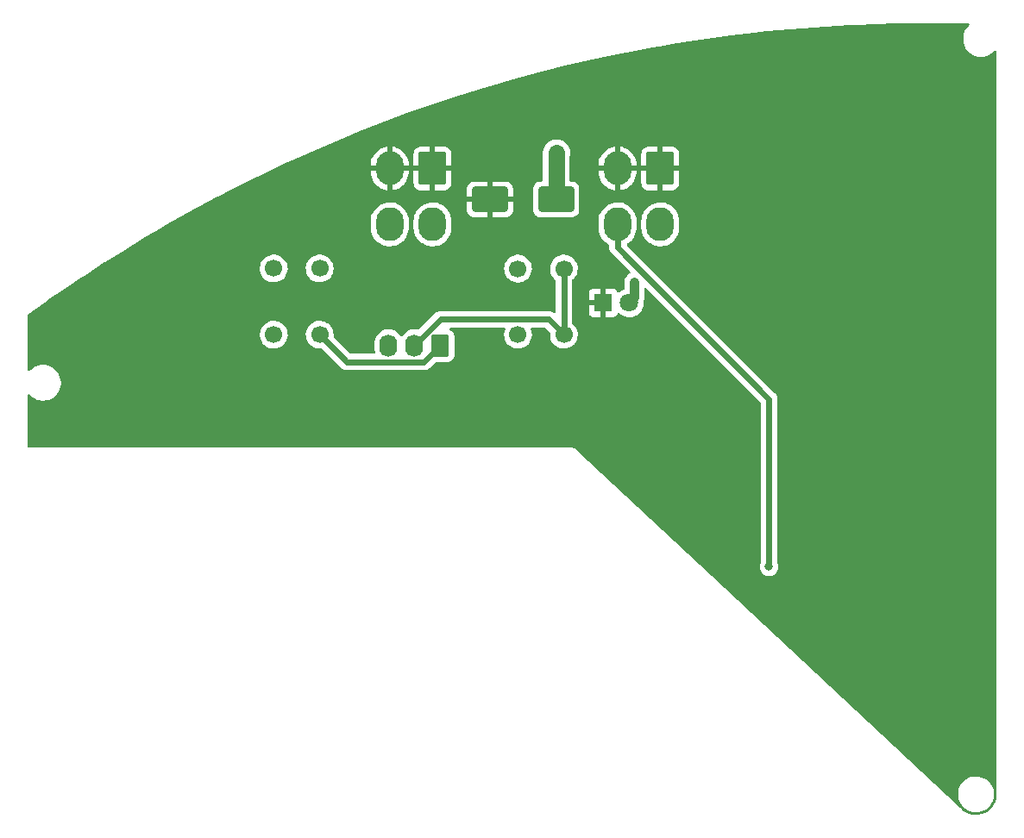
<source format=gbr>
%TF.GenerationSoftware,KiCad,Pcbnew,(6.0.9)*%
%TF.CreationDate,2023-01-27T19:17:15-09:00*%
%TF.ProjectId,EYEBROW WARNING INDICATOR_LEFT,45594542-524f-4572-9057-41524e494e47,rev?*%
%TF.SameCoordinates,Original*%
%TF.FileFunction,Copper,L2,Bot*%
%TF.FilePolarity,Positive*%
%FSLAX46Y46*%
G04 Gerber Fmt 4.6, Leading zero omitted, Abs format (unit mm)*
G04 Created by KiCad (PCBNEW (6.0.9)) date 2023-01-27 19:17:15*
%MOMM*%
%LPD*%
G01*
G04 APERTURE LIST*
G04 Aperture macros list*
%AMRoundRect*
0 Rectangle with rounded corners*
0 $1 Rounding radius*
0 $2 $3 $4 $5 $6 $7 $8 $9 X,Y pos of 4 corners*
0 Add a 4 corners polygon primitive as box body*
4,1,4,$2,$3,$4,$5,$6,$7,$8,$9,$2,$3,0*
0 Add four circle primitives for the rounded corners*
1,1,$1+$1,$2,$3*
1,1,$1+$1,$4,$5*
1,1,$1+$1,$6,$7*
1,1,$1+$1,$8,$9*
0 Add four rect primitives between the rounded corners*
20,1,$1+$1,$2,$3,$4,$5,0*
20,1,$1+$1,$4,$5,$6,$7,0*
20,1,$1+$1,$6,$7,$8,$9,0*
20,1,$1+$1,$8,$9,$2,$3,0*%
G04 Aperture macros list end*
%TA.AperFunction,ComponentPad*%
%ADD10RoundRect,0.250000X0.620000X0.845000X-0.620000X0.845000X-0.620000X-0.845000X0.620000X-0.845000X0*%
%TD*%
%TA.AperFunction,ComponentPad*%
%ADD11O,1.740000X2.190000*%
%TD*%
%TA.AperFunction,SMDPad,CuDef*%
%ADD12RoundRect,0.250000X-1.500000X-1.000000X1.500000X-1.000000X1.500000X1.000000X-1.500000X1.000000X0*%
%TD*%
%TA.AperFunction,ComponentPad*%
%ADD13C,1.700000*%
%TD*%
%TA.AperFunction,ComponentPad*%
%ADD14RoundRect,0.250001X1.099999X1.399999X-1.099999X1.399999X-1.099999X-1.399999X1.099999X-1.399999X0*%
%TD*%
%TA.AperFunction,ComponentPad*%
%ADD15O,2.700000X3.300000*%
%TD*%
%TA.AperFunction,ComponentPad*%
%ADD16C,1.800000*%
%TD*%
%TA.AperFunction,ComponentPad*%
%ADD17R,1.800000X1.800000*%
%TD*%
%TA.AperFunction,ViaPad*%
%ADD18C,0.800000*%
%TD*%
%TA.AperFunction,Conductor*%
%ADD19C,1.625600*%
%TD*%
%TA.AperFunction,Conductor*%
%ADD20C,0.914400*%
%TD*%
%TA.AperFunction,Conductor*%
%ADD21C,0.609600*%
%TD*%
G04 APERTURE END LIST*
D10*
%TO.P,J3,1*%
%TO.N,/FIRE_SW*%
X142620999Y-91049097D03*
D11*
%TO.P,J3,2*%
%TO.N,/MC_SW*%
X140080999Y-91049097D03*
%TO.P,J3,3*%
%TO.N,GND*%
X137540999Y-91049097D03*
%TD*%
D12*
%TO.P,C1,1*%
%TO.N,+5V*%
X147498999Y-76698097D03*
%TO.P,C1,2*%
%TO.N,GND*%
X153998999Y-76698097D03*
%TD*%
D13*
%TO.P,SW2,1*%
%TO.N,/MC_SW*%
X154749499Y-83492597D03*
%TO.P,SW2,2*%
X154749499Y-89992597D03*
%TO.P,SW2,3*%
%TO.N,GND*%
X150249499Y-83492597D03*
%TO.P,SW2,4*%
X150249499Y-89992597D03*
%TD*%
%TO.P,SW1,1*%
%TO.N,/FIRE_SW*%
X130784599Y-83479897D03*
%TO.P,SW1,2*%
X130784599Y-89979897D03*
%TO.P,SW1,3*%
%TO.N,GND*%
X126284599Y-83479897D03*
%TO.P,SW1,4*%
X126284599Y-89979897D03*
%TD*%
D14*
%TO.P,J2,1*%
%TO.N,+5V*%
X164210999Y-73650097D03*
D15*
%TO.P,J2,2*%
X160010999Y-73650097D03*
%TO.P,J2,3*%
%TO.N,GND*%
X164210999Y-79150097D03*
%TO.P,J2,4*%
%TO.N,/DOUT*%
X160010999Y-79150097D03*
%TD*%
D14*
%TO.P,J1,1*%
%TO.N,+5V*%
X141858999Y-73650097D03*
D15*
%TO.P,J1,2*%
X137658999Y-73650097D03*
%TO.P,J1,3*%
%TO.N,GND*%
X141858999Y-79150097D03*
%TO.P,J1,4*%
%TO.N,/DIN*%
X137658999Y-79150097D03*
%TD*%
D16*
%TO.P,D1,2*%
%TO.N,Net-(D1-Pad2)*%
X161162999Y-86858097D03*
D17*
%TO.P,D1,1*%
%TO.N,+5V*%
X158622999Y-86858097D03*
%TD*%
D18*
%TO.N,GND*%
X154050999Y-72126097D03*
X153998999Y-74210097D03*
X153998999Y-73194097D03*
%TO.N,+5V*%
X135635999Y-83810097D03*
X131571999Y-93335097D03*
X122173999Y-88001097D03*
X122300999Y-80381097D03*
X145795999Y-82159097D03*
X144716499Y-86794597D03*
X159511999Y-91493597D03*
X167258999Y-93208097D03*
X176148999Y-93208097D03*
X185038999Y-93208097D03*
X192658999Y-93208097D03*
X195198999Y-97018097D03*
X187578999Y-98288097D03*
X179958999Y-98288097D03*
X171068999Y-98288097D03*
X169163999Y-111623097D03*
X172973999Y-110353097D03*
X184403999Y-110988097D03*
X192658999Y-111623097D03*
X195198999Y-116068097D03*
X188213999Y-116068097D03*
X194690999Y-78984097D03*
X188340999Y-80000097D03*
X179450999Y-80254097D03*
X171068999Y-80254097D03*
X169544999Y-76952097D03*
X175640999Y-75682097D03*
X184276999Y-75428097D03*
X192912999Y-75428097D03*
%TO.N,Net-(D1-Pad2)*%
X161670999Y-84826097D03*
%TO.N,/DOUT*%
X174878999Y-112766085D03*
%TD*%
D19*
%TO.N,GND*%
X153998999Y-74210097D02*
X153998999Y-73194097D01*
X153998999Y-73194097D02*
X153998999Y-72178097D01*
X153998999Y-76698097D02*
X153998999Y-74210097D01*
X153998999Y-72178097D02*
X154050999Y-72126097D01*
D20*
%TO.N,Net-(D1-Pad2)*%
X161670999Y-86350097D02*
X161162999Y-86858097D01*
X161670999Y-84826097D02*
X161670999Y-86350097D01*
D21*
%TO.N,/DOUT*%
X160010999Y-79150097D02*
X160010999Y-81409697D01*
X160010999Y-81409697D02*
X174878999Y-96277697D01*
X174878999Y-96277697D02*
X174878999Y-112766085D01*
%TO.N,/MC_SW*%
X153248448Y-88483348D02*
X154753249Y-89988149D01*
X142646748Y-88483348D02*
X153248448Y-88483348D01*
X140080999Y-91049097D02*
X142646748Y-88483348D01*
X154749499Y-83492597D02*
X154749499Y-89992597D01*
%TO.N,/FIRE_SW*%
X141021189Y-92648907D02*
X133454007Y-92648907D01*
X133454007Y-92648907D02*
X130793249Y-89988149D01*
X142620999Y-91049097D02*
X141021189Y-92648907D01*
%TD*%
%TA.AperFunction,Conductor*%
%TO.N,+5V*%
G36*
X194504025Y-59424752D02*
G01*
X194550518Y-59478408D01*
X194560622Y-59548682D01*
X194531128Y-59613262D01*
X194521029Y-59623646D01*
X194519309Y-59625222D01*
X194515642Y-59628113D01*
X194336556Y-59818488D01*
X194187575Y-60033242D01*
X194071974Y-60267658D01*
X193992292Y-60516586D01*
X193950278Y-60774558D01*
X193946857Y-61035906D01*
X193982103Y-61294889D01*
X194055242Y-61545818D01*
X194164667Y-61783179D01*
X194190945Y-61823260D01*
X194305409Y-61997847D01*
X194305413Y-61997852D01*
X194307975Y-62001760D01*
X194482017Y-62196757D01*
X194682969Y-62363888D01*
X194686972Y-62366317D01*
X194902421Y-62497055D01*
X194902425Y-62497057D01*
X194906418Y-62499480D01*
X195147454Y-62600554D01*
X195400782Y-62664892D01*
X195405433Y-62665360D01*
X195405437Y-62665361D01*
X195598307Y-62684782D01*
X195617866Y-62686751D01*
X195773353Y-62686751D01*
X195775678Y-62686578D01*
X195775684Y-62686578D01*
X195962999Y-62672658D01*
X195963003Y-62672657D01*
X195967651Y-62672312D01*
X195972199Y-62671283D01*
X195972205Y-62671282D01*
X196158600Y-62629104D01*
X196222576Y-62614628D01*
X196258768Y-62600554D01*
X196461823Y-62521591D01*
X196461826Y-62521590D01*
X196466176Y-62519898D01*
X196693097Y-62390202D01*
X196898356Y-62228389D01*
X197012723Y-62106812D01*
X197073968Y-62070900D01*
X197144906Y-62073800D01*
X197203014Y-62114591D01*
X197229845Y-62180322D01*
X197230499Y-62193145D01*
X197230499Y-135068731D01*
X197228999Y-135088116D01*
X197225308Y-135111822D01*
X197226472Y-135120724D01*
X197226472Y-135120726D01*
X197227460Y-135128282D01*
X197228262Y-135152741D01*
X197214149Y-135371275D01*
X197212060Y-135387380D01*
X197164847Y-135628362D01*
X197160704Y-135644065D01*
X197082888Y-135876974D01*
X197076764Y-135892004D01*
X196969991Y-136112239D01*
X196969632Y-136112980D01*
X196961620Y-136127106D01*
X196826960Y-136332460D01*
X196817198Y-136345438D01*
X196657247Y-136531762D01*
X196645897Y-136543377D01*
X196463307Y-136707581D01*
X196450557Y-136717640D01*
X196248360Y-136856998D01*
X196234422Y-136865333D01*
X196015984Y-136977525D01*
X196001090Y-136983998D01*
X195770034Y-137067162D01*
X195754437Y-137071664D01*
X195698045Y-137084069D01*
X195514604Y-137124419D01*
X195498552Y-137126879D01*
X195409481Y-137134696D01*
X195253919Y-137148348D01*
X195237689Y-137148722D01*
X195115011Y-137143635D01*
X194992336Y-137138549D01*
X194976187Y-137136832D01*
X194813015Y-137108752D01*
X194734173Y-137095183D01*
X194718385Y-137091405D01*
X194601061Y-137055190D01*
X194483742Y-137018976D01*
X194468565Y-137013196D01*
X194356876Y-136962192D01*
X194245185Y-136911187D01*
X194230881Y-136903504D01*
X194022478Y-136773611D01*
X194009278Y-136764151D01*
X193845446Y-136629941D01*
X193828711Y-136612854D01*
X193826698Y-136610929D01*
X193821154Y-136603866D01*
X193813853Y-136598645D01*
X193813850Y-136598642D01*
X193795258Y-136585346D01*
X193782588Y-136574979D01*
X193621499Y-136424660D01*
X192336688Y-135225752D01*
X193438857Y-135225752D01*
X193474103Y-135484735D01*
X193475411Y-135489221D01*
X193475411Y-135489223D01*
X193495097Y-135556761D01*
X193547242Y-135735664D01*
X193656667Y-135973025D01*
X193659230Y-135976934D01*
X193797409Y-136187693D01*
X193797413Y-136187698D01*
X193799975Y-136191606D01*
X193974017Y-136386603D01*
X194174969Y-136553734D01*
X194178972Y-136556163D01*
X194394421Y-136686901D01*
X194394425Y-136686903D01*
X194398418Y-136689326D01*
X194639454Y-136790400D01*
X194892782Y-136854738D01*
X194897433Y-136855206D01*
X194897437Y-136855207D01*
X195090307Y-136874628D01*
X195109866Y-136876597D01*
X195265353Y-136876597D01*
X195267678Y-136876424D01*
X195267684Y-136876424D01*
X195454999Y-136862504D01*
X195455003Y-136862503D01*
X195459651Y-136862158D01*
X195464199Y-136861129D01*
X195464205Y-136861128D01*
X195650600Y-136818950D01*
X195714576Y-136804474D01*
X195750768Y-136790400D01*
X195953823Y-136711437D01*
X195953826Y-136711436D01*
X195958176Y-136709744D01*
X196185097Y-136580048D01*
X196390356Y-136418235D01*
X196569442Y-136227860D01*
X196718423Y-136013106D01*
X196834024Y-135778690D01*
X196913706Y-135529762D01*
X196955720Y-135271790D01*
X196957568Y-135130648D01*
X196959080Y-135015119D01*
X196959080Y-135015116D01*
X196959141Y-135010442D01*
X196923895Y-134751459D01*
X196909472Y-134701974D01*
X196852067Y-134505029D01*
X196850756Y-134500530D01*
X196741331Y-134263169D01*
X196708518Y-134213121D01*
X196600589Y-134048501D01*
X196600585Y-134048496D01*
X196598023Y-134044588D01*
X196423981Y-133849591D01*
X196223029Y-133682460D01*
X196175843Y-133653827D01*
X196003577Y-133549293D01*
X196003573Y-133549291D01*
X195999580Y-133546868D01*
X195758544Y-133445794D01*
X195505216Y-133381456D01*
X195500565Y-133380988D01*
X195500561Y-133380987D01*
X195291270Y-133359913D01*
X195288132Y-133359597D01*
X195132645Y-133359597D01*
X195130320Y-133359770D01*
X195130314Y-133359770D01*
X194942999Y-133373690D01*
X194942995Y-133373691D01*
X194938347Y-133374036D01*
X194933799Y-133375065D01*
X194933793Y-133375066D01*
X194747398Y-133417244D01*
X194683422Y-133431720D01*
X194679070Y-133433412D01*
X194679068Y-133433413D01*
X194444175Y-133524757D01*
X194444172Y-133524758D01*
X194439822Y-133526450D01*
X194212901Y-133656146D01*
X194007642Y-133817959D01*
X193828556Y-134008334D01*
X193679575Y-134223088D01*
X193563974Y-134457504D01*
X193484292Y-134706432D01*
X193442278Y-134964404D01*
X193438857Y-135225752D01*
X192336688Y-135225752D01*
X169239885Y-113673213D01*
X155955105Y-101276660D01*
X155950581Y-101271924D01*
X155947501Y-101267042D01*
X155898318Y-101223605D01*
X155895782Y-101221303D01*
X155879772Y-101206363D01*
X155879770Y-101206361D01*
X155876502Y-101203312D01*
X155872833Y-101200755D01*
X155870427Y-101198811D01*
X155866218Y-101195255D01*
X155845054Y-101176564D01*
X155838326Y-101170622D01*
X155821236Y-101162598D01*
X155802750Y-101151921D01*
X155794622Y-101146257D01*
X155794620Y-101146256D01*
X155787258Y-101141126D01*
X155752788Y-101129546D01*
X155739379Y-101124167D01*
X155723792Y-101116848D01*
X155714599Y-101112532D01*
X155714597Y-101112532D01*
X155706477Y-101108719D01*
X155697614Y-101107339D01*
X155697611Y-101107338D01*
X155687822Y-101105814D01*
X155667081Y-101100754D01*
X155657696Y-101097601D01*
X155657693Y-101097601D01*
X155649184Y-101094742D01*
X155612865Y-101093303D01*
X155605557Y-101092591D01*
X155605554Y-101092624D01*
X155600695Y-101092248D01*
X155595891Y-101091500D01*
X155569856Y-101091500D01*
X155564867Y-101091401D01*
X155512612Y-101089330D01*
X155512609Y-101089330D01*
X155503641Y-101088975D01*
X155495726Y-101090953D01*
X155485075Y-101091500D01*
X102234500Y-101091500D01*
X102166379Y-101071498D01*
X102119886Y-101017842D01*
X102108500Y-100965500D01*
X102108500Y-95964050D01*
X102128502Y-95895929D01*
X102182158Y-95849436D01*
X102252432Y-95839332D01*
X102317012Y-95868826D01*
X102328503Y-95880149D01*
X102362358Y-95918080D01*
X102407018Y-95968117D01*
X102607970Y-96135248D01*
X102636112Y-96152325D01*
X102827422Y-96268415D01*
X102827426Y-96268417D01*
X102831419Y-96270840D01*
X103072455Y-96371914D01*
X103325783Y-96436252D01*
X103330434Y-96436720D01*
X103330438Y-96436721D01*
X103523308Y-96456142D01*
X103542867Y-96458111D01*
X103698354Y-96458111D01*
X103700679Y-96457938D01*
X103700685Y-96457938D01*
X103888000Y-96444018D01*
X103888004Y-96444017D01*
X103892652Y-96443672D01*
X103897200Y-96442643D01*
X103897206Y-96442642D01*
X104083601Y-96400464D01*
X104147577Y-96385988D01*
X104183769Y-96371914D01*
X104386824Y-96292951D01*
X104386827Y-96292950D01*
X104391177Y-96291258D01*
X104398778Y-96286914D01*
X104547295Y-96202029D01*
X104618098Y-96161562D01*
X104823357Y-95999749D01*
X105002443Y-95809374D01*
X105151424Y-95594620D01*
X105267025Y-95360204D01*
X105346707Y-95111276D01*
X105388721Y-94853304D01*
X105392142Y-94591956D01*
X105356896Y-94332973D01*
X105283757Y-94082044D01*
X105174332Y-93844683D01*
X105141519Y-93794635D01*
X105033590Y-93630015D01*
X105033586Y-93630010D01*
X105031024Y-93626102D01*
X104856982Y-93431105D01*
X104656030Y-93263974D01*
X104487567Y-93161748D01*
X104436578Y-93130807D01*
X104436574Y-93130805D01*
X104432581Y-93128382D01*
X104191545Y-93027308D01*
X103938217Y-92962970D01*
X103933566Y-92962502D01*
X103933562Y-92962501D01*
X103724271Y-92941427D01*
X103721133Y-92941111D01*
X103565646Y-92941111D01*
X103563321Y-92941284D01*
X103563315Y-92941284D01*
X103376000Y-92955204D01*
X103375996Y-92955205D01*
X103371348Y-92955550D01*
X103366800Y-92956579D01*
X103366794Y-92956580D01*
X103180399Y-92998758D01*
X103116423Y-93013234D01*
X103112071Y-93014926D01*
X103112069Y-93014927D01*
X102877176Y-93106271D01*
X102877173Y-93106272D01*
X102872823Y-93107964D01*
X102645902Y-93237660D01*
X102440643Y-93399473D01*
X102434357Y-93406155D01*
X102326275Y-93521050D01*
X102265031Y-93556962D01*
X102194093Y-93554062D01*
X102135985Y-93513271D01*
X102109154Y-93447540D01*
X102108500Y-93434717D01*
X102108500Y-89946592D01*
X124921850Y-89946592D01*
X124922147Y-89951745D01*
X124922147Y-89951748D01*
X124927531Y-90045118D01*
X124934709Y-90169612D01*
X124935846Y-90174658D01*
X124935847Y-90174664D01*
X124945612Y-90217991D01*
X124983821Y-90387536D01*
X125067865Y-90594513D01*
X125118618Y-90677335D01*
X125129244Y-90694674D01*
X125184586Y-90784985D01*
X125330849Y-90953835D01*
X125502725Y-91096529D01*
X125695599Y-91209235D01*
X125904291Y-91288927D01*
X125909359Y-91289958D01*
X125909362Y-91289959D01*
X126016616Y-91311780D01*
X126123196Y-91333464D01*
X126128371Y-91333654D01*
X126128373Y-91333654D01*
X126341272Y-91341461D01*
X126341276Y-91341461D01*
X126346436Y-91341650D01*
X126351556Y-91340994D01*
X126351558Y-91340994D01*
X126562887Y-91313922D01*
X126562888Y-91313922D01*
X126568015Y-91313265D01*
X126572965Y-91311780D01*
X126777028Y-91250558D01*
X126777033Y-91250556D01*
X126781983Y-91249071D01*
X126982593Y-91150793D01*
X127164459Y-91021070D01*
X127322695Y-90863386D01*
X127382193Y-90780586D01*
X127450034Y-90686174D01*
X127453052Y-90681974D01*
X127487825Y-90611617D01*
X127549735Y-90486350D01*
X127549736Y-90486348D01*
X127552029Y-90481708D01*
X127611775Y-90285063D01*
X127615464Y-90272920D01*
X127615464Y-90272918D01*
X127616969Y-90267966D01*
X127646128Y-90046487D01*
X127646210Y-90043137D01*
X127647673Y-89983262D01*
X127647673Y-89983258D01*
X127647755Y-89979897D01*
X127645017Y-89946592D01*
X129421850Y-89946592D01*
X129422147Y-89951745D01*
X129422147Y-89951748D01*
X129427531Y-90045118D01*
X129434709Y-90169612D01*
X129435846Y-90174658D01*
X129435847Y-90174664D01*
X129445612Y-90217991D01*
X129483821Y-90387536D01*
X129567865Y-90594513D01*
X129618618Y-90677335D01*
X129629244Y-90694674D01*
X129684586Y-90784985D01*
X129830849Y-90953835D01*
X130002725Y-91096529D01*
X130195599Y-91209235D01*
X130404291Y-91288927D01*
X130409359Y-91289958D01*
X130409362Y-91289959D01*
X130516616Y-91311780D01*
X130623196Y-91333464D01*
X130628371Y-91333654D01*
X130628373Y-91333654D01*
X130841273Y-91341461D01*
X130841277Y-91341461D01*
X130846436Y-91341650D01*
X130851556Y-91340994D01*
X130851558Y-91340994D01*
X130918161Y-91332462D01*
X130988271Y-91343647D01*
X131023266Y-91368346D01*
X132872296Y-93217376D01*
X132873225Y-93218313D01*
X132920870Y-93266966D01*
X132936725Y-93283157D01*
X132942643Y-93286971D01*
X132942648Y-93286975D01*
X132973414Y-93306802D01*
X132983767Y-93314241D01*
X133017876Y-93341470D01*
X133024216Y-93344535D01*
X133024221Y-93344538D01*
X133048286Y-93356172D01*
X133061699Y-93363699D01*
X133084171Y-93378181D01*
X133084178Y-93378184D01*
X133090097Y-93381999D01*
X133131118Y-93396930D01*
X133142855Y-93401888D01*
X133151682Y-93406155D01*
X133175808Y-93417818D01*
X133175810Y-93417819D01*
X133182151Y-93420884D01*
X133215071Y-93428484D01*
X133229806Y-93432850D01*
X133254935Y-93441996D01*
X133254941Y-93441998D01*
X133261556Y-93444405D01*
X133282210Y-93447014D01*
X133304866Y-93449876D01*
X133317407Y-93452110D01*
X133359937Y-93461929D01*
X133366983Y-93461954D01*
X133366986Y-93461954D01*
X133400748Y-93462072D01*
X133401641Y-93462102D01*
X133402477Y-93462207D01*
X133439413Y-93462207D01*
X133439853Y-93462208D01*
X133538853Y-93462554D01*
X133538860Y-93462554D01*
X133542399Y-93462566D01*
X133543605Y-93462296D01*
X133545254Y-93462207D01*
X141011972Y-93462207D01*
X141013293Y-93462214D01*
X141103898Y-93463163D01*
X141146559Y-93453939D01*
X141159138Y-93451879D01*
X141195518Y-93447799D01*
X141195521Y-93447798D01*
X141202514Y-93447014D01*
X141234415Y-93435905D01*
X141249225Y-93431743D01*
X141252176Y-93431105D01*
X141282240Y-93424605D01*
X141290220Y-93420884D01*
X141321808Y-93406155D01*
X141333618Y-93401359D01*
X141339034Y-93399473D01*
X141374828Y-93387008D01*
X141403472Y-93369109D01*
X141416981Y-93361774D01*
X141447608Y-93347492D01*
X141482099Y-93320738D01*
X141492555Y-93313444D01*
X141523589Y-93294052D01*
X141529565Y-93290318D01*
X141558539Y-93261545D01*
X141559171Y-93260954D01*
X141559842Y-93260434D01*
X141586100Y-93234176D01*
X141659035Y-93161748D01*
X141659695Y-93160707D01*
X141660804Y-93159472D01*
X142130774Y-92689502D01*
X142193086Y-92655476D01*
X142219869Y-92652597D01*
X143291399Y-92652597D01*
X143294645Y-92652260D01*
X143294649Y-92652260D01*
X143390307Y-92642335D01*
X143390311Y-92642334D01*
X143397165Y-92641623D01*
X143403701Y-92639442D01*
X143403703Y-92639442D01*
X143557997Y-92587965D01*
X143564945Y-92585647D01*
X143715347Y-92492575D01*
X143840304Y-92367400D01*
X143933114Y-92216835D01*
X143988796Y-92048958D01*
X143999499Y-91944497D01*
X143999499Y-90153697D01*
X143995463Y-90114796D01*
X143989237Y-90054789D01*
X143989236Y-90054785D01*
X143988525Y-90047931D01*
X143984664Y-90036356D01*
X143934867Y-89887099D01*
X143932549Y-89880151D01*
X143839477Y-89729749D01*
X143714302Y-89604792D01*
X143592818Y-89529908D01*
X143545325Y-89477136D01*
X143533901Y-89407064D01*
X143562175Y-89341940D01*
X143621169Y-89302441D01*
X143658934Y-89296648D01*
X148877346Y-89296648D01*
X148945467Y-89316650D01*
X148991960Y-89370306D01*
X149002064Y-89440580D01*
X148991634Y-89475698D01*
X148974792Y-89511982D01*
X148970187Y-89521902D01*
X148910488Y-89737167D01*
X148886750Y-89959292D01*
X148887047Y-89964445D01*
X148887047Y-89964448D01*
X148892510Y-90059187D01*
X148899609Y-90182312D01*
X148900746Y-90187358D01*
X148900747Y-90187364D01*
X148917756Y-90262836D01*
X148948721Y-90400236D01*
X149032765Y-90607213D01*
X149035464Y-90611617D01*
X149144095Y-90788887D01*
X149149486Y-90797685D01*
X149295749Y-90966535D01*
X149357048Y-91017426D01*
X149455472Y-91099139D01*
X149467625Y-91109229D01*
X149660499Y-91221935D01*
X149869191Y-91301627D01*
X149874259Y-91302658D01*
X149874262Y-91302659D01*
X149926393Y-91313265D01*
X150088096Y-91346164D01*
X150093271Y-91346354D01*
X150093273Y-91346354D01*
X150306172Y-91354161D01*
X150306176Y-91354161D01*
X150311336Y-91354350D01*
X150316456Y-91353694D01*
X150316458Y-91353694D01*
X150527787Y-91326622D01*
X150527788Y-91326622D01*
X150532915Y-91325965D01*
X150537865Y-91324480D01*
X150741928Y-91263258D01*
X150741933Y-91263256D01*
X150746883Y-91261771D01*
X150947493Y-91163493D01*
X151129359Y-91033770D01*
X151142104Y-91021070D01*
X151210708Y-90952704D01*
X151287595Y-90876086D01*
X151294100Y-90867034D01*
X151414934Y-90698874D01*
X151417952Y-90694674D01*
X151426522Y-90677335D01*
X151514635Y-90499050D01*
X151514636Y-90499048D01*
X151516929Y-90494408D01*
X151581869Y-90280666D01*
X151611028Y-90059187D01*
X151611110Y-90055837D01*
X151612573Y-89995962D01*
X151612573Y-89995958D01*
X151612655Y-89992597D01*
X151594351Y-89769958D01*
X151539930Y-89553299D01*
X151532344Y-89535851D01*
X151520048Y-89507573D01*
X151504966Y-89472887D01*
X151496146Y-89402445D01*
X151526812Y-89338412D01*
X151587229Y-89301125D01*
X151620516Y-89296648D01*
X152859378Y-89296648D01*
X152927499Y-89316650D01*
X152948473Y-89333553D01*
X153362257Y-89747337D01*
X153396283Y-89809649D01*
X153398449Y-89849819D01*
X153386750Y-89959292D01*
X153387047Y-89964445D01*
X153387047Y-89964448D01*
X153392510Y-90059187D01*
X153399609Y-90182312D01*
X153400746Y-90187358D01*
X153400747Y-90187364D01*
X153417756Y-90262836D01*
X153448721Y-90400236D01*
X153532765Y-90607213D01*
X153535464Y-90611617D01*
X153644095Y-90788887D01*
X153649486Y-90797685D01*
X153795749Y-90966535D01*
X153857048Y-91017426D01*
X153955472Y-91099139D01*
X153967625Y-91109229D01*
X154160499Y-91221935D01*
X154369191Y-91301627D01*
X154374259Y-91302658D01*
X154374262Y-91302659D01*
X154426393Y-91313265D01*
X154588096Y-91346164D01*
X154593271Y-91346354D01*
X154593273Y-91346354D01*
X154806172Y-91354161D01*
X154806176Y-91354161D01*
X154811336Y-91354350D01*
X154816456Y-91353694D01*
X154816458Y-91353694D01*
X155027787Y-91326622D01*
X155027788Y-91326622D01*
X155032915Y-91325965D01*
X155037865Y-91324480D01*
X155241928Y-91263258D01*
X155241933Y-91263256D01*
X155246883Y-91261771D01*
X155447493Y-91163493D01*
X155629359Y-91033770D01*
X155642104Y-91021070D01*
X155710708Y-90952704D01*
X155787595Y-90876086D01*
X155794100Y-90867034D01*
X155914934Y-90698874D01*
X155917952Y-90694674D01*
X155926522Y-90677335D01*
X156014635Y-90499050D01*
X156014636Y-90499048D01*
X156016929Y-90494408D01*
X156081869Y-90280666D01*
X156111028Y-90059187D01*
X156111110Y-90055837D01*
X156112573Y-89995962D01*
X156112573Y-89995958D01*
X156112655Y-89992597D01*
X156094351Y-89769958D01*
X156039930Y-89553299D01*
X155950853Y-89348437D01*
X155829513Y-89160874D01*
X155679169Y-88995648D01*
X155610706Y-88941579D01*
X155569644Y-88883663D01*
X155562799Y-88842698D01*
X155562799Y-87802766D01*
X157215000Y-87802766D01*
X157215370Y-87809587D01*
X157220894Y-87860449D01*
X157224520Y-87875701D01*
X157269675Y-87996151D01*
X157278213Y-88011746D01*
X157354714Y-88113821D01*
X157367275Y-88126382D01*
X157469350Y-88202883D01*
X157484945Y-88211421D01*
X157605393Y-88256575D01*
X157620648Y-88260202D01*
X157671513Y-88265728D01*
X157678327Y-88266097D01*
X158350884Y-88266097D01*
X158366123Y-88261622D01*
X158367328Y-88260232D01*
X158368999Y-88252549D01*
X158368999Y-87130212D01*
X158364524Y-87114973D01*
X158363134Y-87113768D01*
X158355451Y-87112097D01*
X157233115Y-87112097D01*
X157217876Y-87116572D01*
X157216671Y-87117962D01*
X157215000Y-87125645D01*
X157215000Y-87802766D01*
X155562799Y-87802766D01*
X155562799Y-86585982D01*
X157214999Y-86585982D01*
X157219474Y-86601221D01*
X157220864Y-86602426D01*
X157228547Y-86604097D01*
X158350884Y-86604097D01*
X158366123Y-86599622D01*
X158367328Y-86598232D01*
X158368999Y-86590549D01*
X158368999Y-85468213D01*
X158364524Y-85452974D01*
X158363134Y-85451769D01*
X158355451Y-85450098D01*
X157678330Y-85450098D01*
X157671509Y-85450468D01*
X157620647Y-85455992D01*
X157605395Y-85459618D01*
X157484945Y-85504773D01*
X157469350Y-85513311D01*
X157367275Y-85589812D01*
X157354714Y-85602373D01*
X157278213Y-85704448D01*
X157269675Y-85720043D01*
X157224521Y-85840491D01*
X157220894Y-85855746D01*
X157215368Y-85906611D01*
X157214999Y-85913425D01*
X157214999Y-86585982D01*
X155562799Y-86585982D01*
X155562799Y-84646141D01*
X155582801Y-84578020D01*
X155615627Y-84543565D01*
X155629359Y-84533770D01*
X155787595Y-84376086D01*
X155794100Y-84367034D01*
X155914934Y-84198874D01*
X155917952Y-84194674D01*
X155921525Y-84187446D01*
X156014635Y-83999050D01*
X156014636Y-83999048D01*
X156016929Y-83994408D01*
X156081869Y-83780666D01*
X156111028Y-83559187D01*
X156112655Y-83492597D01*
X156094351Y-83269958D01*
X156039930Y-83053299D01*
X155950853Y-82848437D01*
X155829513Y-82660874D01*
X155679169Y-82495648D01*
X155675118Y-82492449D01*
X155675114Y-82492445D01*
X155507913Y-82360397D01*
X155507909Y-82360395D01*
X155503858Y-82357195D01*
X155486653Y-82347697D01*
X155443752Y-82324015D01*
X155308288Y-82249235D01*
X155303419Y-82247511D01*
X155303415Y-82247509D01*
X155102586Y-82176392D01*
X155102582Y-82176391D01*
X155097711Y-82174666D01*
X155092618Y-82173759D01*
X155092615Y-82173758D01*
X154882872Y-82136397D01*
X154882866Y-82136396D01*
X154877783Y-82135491D01*
X154803951Y-82134589D01*
X154659580Y-82132825D01*
X154659578Y-82132825D01*
X154654410Y-82132762D01*
X154433590Y-82166552D01*
X154221255Y-82235954D01*
X154190942Y-82251734D01*
X154052092Y-82324015D01*
X154023106Y-82339104D01*
X154018973Y-82342207D01*
X154018970Y-82342209D01*
X153856400Y-82464270D01*
X153844464Y-82473232D01*
X153840892Y-82476970D01*
X153705836Y-82618298D01*
X153690128Y-82634735D01*
X153687214Y-82639007D01*
X153687213Y-82639008D01*
X153678000Y-82652514D01*
X153564242Y-82819277D01*
X153470187Y-83021902D01*
X153410488Y-83237167D01*
X153386750Y-83459292D01*
X153387047Y-83464445D01*
X153387047Y-83464448D01*
X153392510Y-83559187D01*
X153399609Y-83682312D01*
X153400746Y-83687358D01*
X153400747Y-83687364D01*
X153417756Y-83762836D01*
X153448721Y-83900236D01*
X153532765Y-84107213D01*
X153535464Y-84111617D01*
X153644095Y-84288887D01*
X153649486Y-84297685D01*
X153795749Y-84466535D01*
X153799724Y-84469835D01*
X153799727Y-84469838D01*
X153890684Y-84545352D01*
X153930319Y-84604255D01*
X153936199Y-84642296D01*
X153936199Y-87727857D01*
X153916197Y-87795978D01*
X153862541Y-87842471D01*
X153792267Y-87852575D01*
X153741942Y-87833768D01*
X153729040Y-87825453D01*
X153718688Y-87818014D01*
X153690082Y-87795178D01*
X153684579Y-87790785D01*
X153678239Y-87787720D01*
X153678234Y-87787717D01*
X153654169Y-87776083D01*
X153640756Y-87768556D01*
X153618284Y-87754074D01*
X153618277Y-87754071D01*
X153612358Y-87750256D01*
X153571337Y-87735325D01*
X153559597Y-87730366D01*
X153556350Y-87728796D01*
X153547041Y-87724296D01*
X153526647Y-87714437D01*
X153526645Y-87714436D01*
X153520304Y-87711371D01*
X153487384Y-87703771D01*
X153472649Y-87699405D01*
X153447520Y-87690259D01*
X153447514Y-87690257D01*
X153440899Y-87687850D01*
X153414031Y-87684456D01*
X153397589Y-87682379D01*
X153385048Y-87680145D01*
X153342518Y-87670326D01*
X153335472Y-87670301D01*
X153335469Y-87670301D01*
X153301707Y-87670183D01*
X153300814Y-87670153D01*
X153299978Y-87670048D01*
X153263042Y-87670048D01*
X153262602Y-87670047D01*
X153163602Y-87669701D01*
X153163595Y-87669701D01*
X153160056Y-87669689D01*
X153158850Y-87669959D01*
X153157201Y-87670048D01*
X142655965Y-87670048D01*
X142654645Y-87670041D01*
X142653178Y-87670026D01*
X142564039Y-87669092D01*
X142521378Y-87678316D01*
X142508799Y-87680376D01*
X142472419Y-87684456D01*
X142472416Y-87684457D01*
X142465423Y-87685241D01*
X142433522Y-87696350D01*
X142418712Y-87700512D01*
X142385697Y-87707650D01*
X142379310Y-87710628D01*
X142379308Y-87710629D01*
X142346129Y-87726100D01*
X142334321Y-87730895D01*
X142293109Y-87745247D01*
X142287134Y-87748980D01*
X142287135Y-87748980D01*
X142264466Y-87763145D01*
X142250956Y-87770481D01*
X142220329Y-87784763D01*
X142205871Y-87795978D01*
X142185838Y-87811517D01*
X142175384Y-87818810D01*
X142138372Y-87841937D01*
X142133373Y-87846902D01*
X142133371Y-87846903D01*
X142109404Y-87870704D01*
X142108766Y-87871301D01*
X142108095Y-87871821D01*
X142081837Y-87898079D01*
X142008902Y-87970507D01*
X142008242Y-87971548D01*
X142007133Y-87972783D01*
X140530276Y-89449640D01*
X140467964Y-89483666D01*
X140403816Y-89480877D01*
X140383183Y-89474470D01*
X140383173Y-89474468D01*
X140378082Y-89472887D01*
X140372795Y-89472186D01*
X140372794Y-89472186D01*
X140151454Y-89442849D01*
X140151450Y-89442849D01*
X140146170Y-89442149D01*
X140140841Y-89442349D01*
X140140839Y-89442349D01*
X140029283Y-89446537D01*
X139912395Y-89450925D01*
X139828410Y-89468547D01*
X139688667Y-89497868D01*
X139688664Y-89497869D01*
X139683440Y-89498965D01*
X139465853Y-89584894D01*
X139461289Y-89587663D01*
X139461290Y-89587663D01*
X139270416Y-89703488D01*
X139270413Y-89703490D01*
X139265855Y-89706256D01*
X139089165Y-89859580D01*
X138940834Y-90040483D01*
X138938198Y-90045113D01*
X138938195Y-90045118D01*
X138919698Y-90077613D01*
X138868615Y-90126919D01*
X138798984Y-90140780D01*
X138732914Y-90114796D01*
X138705676Y-90085647D01*
X138636746Y-89983262D01*
X138619201Y-89957201D01*
X138609081Y-89946592D01*
X138461402Y-89791786D01*
X138457723Y-89787929D01*
X138270034Y-89648284D01*
X138265283Y-89645868D01*
X138265279Y-89645866D01*
X138066255Y-89544677D01*
X138066254Y-89544677D01*
X138061499Y-89542259D01*
X137838082Y-89472887D01*
X137832795Y-89472186D01*
X137832794Y-89472186D01*
X137611454Y-89442849D01*
X137611450Y-89442849D01*
X137606170Y-89442149D01*
X137600841Y-89442349D01*
X137600839Y-89442349D01*
X137489283Y-89446537D01*
X137372395Y-89450925D01*
X137288410Y-89468547D01*
X137148667Y-89497868D01*
X137148664Y-89497869D01*
X137143440Y-89498965D01*
X136925853Y-89584894D01*
X136921289Y-89587663D01*
X136921290Y-89587663D01*
X136730416Y-89703488D01*
X136730413Y-89703490D01*
X136725855Y-89706256D01*
X136549165Y-89859580D01*
X136400834Y-90040483D01*
X136343741Y-90140780D01*
X136323042Y-90177144D01*
X136285103Y-90243792D01*
X136205283Y-90463693D01*
X136204334Y-90468942D01*
X136204333Y-90468945D01*
X136199729Y-90494408D01*
X136163655Y-90693900D01*
X136162499Y-90718413D01*
X136162499Y-91332835D01*
X136177294Y-91507199D01*
X136178632Y-91512354D01*
X136178633Y-91512360D01*
X136221613Y-91677953D01*
X136219366Y-91748914D01*
X136179111Y-91807395D01*
X136113630Y-91834830D01*
X136099654Y-91835607D01*
X133843077Y-91835607D01*
X133774956Y-91815605D01*
X133753982Y-91798702D01*
X132173271Y-90217991D01*
X132139245Y-90155679D01*
X132137444Y-90112450D01*
X132145691Y-90049808D01*
X132145691Y-90049804D01*
X132146128Y-90046487D01*
X132146210Y-90043137D01*
X132147673Y-89983262D01*
X132147673Y-89983258D01*
X132147755Y-89979897D01*
X132129451Y-89757258D01*
X132075030Y-89540599D01*
X131985953Y-89335737D01*
X131864613Y-89148174D01*
X131714269Y-88982948D01*
X131710218Y-88979749D01*
X131710214Y-88979745D01*
X131543013Y-88847697D01*
X131543009Y-88847695D01*
X131538958Y-88844495D01*
X131343388Y-88736535D01*
X131338519Y-88734811D01*
X131338515Y-88734809D01*
X131137686Y-88663692D01*
X131137682Y-88663691D01*
X131132811Y-88661966D01*
X131127718Y-88661059D01*
X131127715Y-88661058D01*
X130917972Y-88623697D01*
X130917966Y-88623696D01*
X130912883Y-88622791D01*
X130839051Y-88621889D01*
X130694680Y-88620125D01*
X130694678Y-88620125D01*
X130689510Y-88620062D01*
X130468690Y-88653852D01*
X130256355Y-88723254D01*
X130058206Y-88826404D01*
X130054073Y-88829507D01*
X130054070Y-88829509D01*
X129883699Y-88957427D01*
X129879564Y-88960532D01*
X129725228Y-89122035D01*
X129599342Y-89306577D01*
X129569760Y-89370306D01*
X129509128Y-89500928D01*
X129505287Y-89509202D01*
X129445588Y-89724467D01*
X129421850Y-89946592D01*
X127645017Y-89946592D01*
X127629451Y-89757258D01*
X127575030Y-89540599D01*
X127485953Y-89335737D01*
X127364613Y-89148174D01*
X127214269Y-88982948D01*
X127210218Y-88979749D01*
X127210214Y-88979745D01*
X127043013Y-88847697D01*
X127043009Y-88847695D01*
X127038958Y-88844495D01*
X126843388Y-88736535D01*
X126838519Y-88734811D01*
X126838515Y-88734809D01*
X126637686Y-88663692D01*
X126637682Y-88663691D01*
X126632811Y-88661966D01*
X126627718Y-88661059D01*
X126627715Y-88661058D01*
X126417972Y-88623697D01*
X126417966Y-88623696D01*
X126412883Y-88622791D01*
X126339051Y-88621889D01*
X126194680Y-88620125D01*
X126194678Y-88620125D01*
X126189510Y-88620062D01*
X125968690Y-88653852D01*
X125756355Y-88723254D01*
X125558206Y-88826404D01*
X125554073Y-88829507D01*
X125554070Y-88829509D01*
X125383699Y-88957427D01*
X125379564Y-88960532D01*
X125225228Y-89122035D01*
X125099342Y-89306577D01*
X125069760Y-89370306D01*
X125009128Y-89500928D01*
X125005287Y-89509202D01*
X124945588Y-89724467D01*
X124921850Y-89946592D01*
X102108500Y-89946592D01*
X102108500Y-88123827D01*
X102128502Y-88055706D01*
X102160778Y-88021645D01*
X103808246Y-86833039D01*
X103809872Y-86831886D01*
X104354996Y-86451561D01*
X105738055Y-85486620D01*
X105739582Y-85485573D01*
X107403521Y-84363386D01*
X107688850Y-84170956D01*
X107690512Y-84169854D01*
X108800426Y-83446592D01*
X124921850Y-83446592D01*
X124922147Y-83451745D01*
X124922147Y-83451748D01*
X124927610Y-83546487D01*
X124934709Y-83669612D01*
X124935846Y-83674658D01*
X124935847Y-83674664D01*
X124955718Y-83762836D01*
X124983821Y-83887536D01*
X125067865Y-84094513D01*
X125114034Y-84169854D01*
X125129244Y-84194674D01*
X125184586Y-84284985D01*
X125330849Y-84453835D01*
X125502725Y-84596529D01*
X125695599Y-84709235D01*
X125904291Y-84788927D01*
X125909359Y-84789958D01*
X125909362Y-84789959D01*
X126016616Y-84811780D01*
X126123196Y-84833464D01*
X126128371Y-84833654D01*
X126128373Y-84833654D01*
X126341272Y-84841461D01*
X126341276Y-84841461D01*
X126346436Y-84841650D01*
X126351556Y-84840994D01*
X126351558Y-84840994D01*
X126562887Y-84813922D01*
X126562888Y-84813922D01*
X126568015Y-84813265D01*
X126572965Y-84811780D01*
X126777028Y-84750558D01*
X126777033Y-84750556D01*
X126781983Y-84749071D01*
X126982593Y-84650793D01*
X127164459Y-84521070D01*
X127322695Y-84363386D01*
X127382193Y-84280586D01*
X127450034Y-84186174D01*
X127453052Y-84181974D01*
X127458498Y-84170956D01*
X127549735Y-83986350D01*
X127549736Y-83986348D01*
X127552029Y-83981708D01*
X127611605Y-83785620D01*
X127615464Y-83772920D01*
X127615464Y-83772918D01*
X127616969Y-83767966D01*
X127646128Y-83546487D01*
X127646210Y-83543137D01*
X127647673Y-83483262D01*
X127647673Y-83483258D01*
X127647755Y-83479897D01*
X127645017Y-83446592D01*
X129421850Y-83446592D01*
X129422147Y-83451745D01*
X129422147Y-83451748D01*
X129427610Y-83546487D01*
X129434709Y-83669612D01*
X129435846Y-83674658D01*
X129435847Y-83674664D01*
X129455718Y-83762836D01*
X129483821Y-83887536D01*
X129567865Y-84094513D01*
X129614034Y-84169854D01*
X129629244Y-84194674D01*
X129684586Y-84284985D01*
X129830849Y-84453835D01*
X130002725Y-84596529D01*
X130195599Y-84709235D01*
X130404291Y-84788927D01*
X130409359Y-84789958D01*
X130409362Y-84789959D01*
X130516616Y-84811780D01*
X130623196Y-84833464D01*
X130628371Y-84833654D01*
X130628373Y-84833654D01*
X130841272Y-84841461D01*
X130841276Y-84841461D01*
X130846436Y-84841650D01*
X130851556Y-84840994D01*
X130851558Y-84840994D01*
X131062887Y-84813922D01*
X131062888Y-84813922D01*
X131068015Y-84813265D01*
X131072965Y-84811780D01*
X131277028Y-84750558D01*
X131277033Y-84750556D01*
X131281983Y-84749071D01*
X131482593Y-84650793D01*
X131664459Y-84521070D01*
X131822695Y-84363386D01*
X131882193Y-84280586D01*
X131950034Y-84186174D01*
X131953052Y-84181974D01*
X131958498Y-84170956D01*
X132049735Y-83986350D01*
X132049736Y-83986348D01*
X132052029Y-83981708D01*
X132111605Y-83785620D01*
X132115464Y-83772920D01*
X132115464Y-83772918D01*
X132116969Y-83767966D01*
X132146128Y-83546487D01*
X132146210Y-83543137D01*
X132147673Y-83483262D01*
X132147673Y-83483258D01*
X132147755Y-83479897D01*
X132146061Y-83459292D01*
X148886750Y-83459292D01*
X148887047Y-83464445D01*
X148887047Y-83464448D01*
X148892510Y-83559187D01*
X148899609Y-83682312D01*
X148900746Y-83687358D01*
X148900747Y-83687364D01*
X148917756Y-83762836D01*
X148948721Y-83900236D01*
X149032765Y-84107213D01*
X149035464Y-84111617D01*
X149144095Y-84288887D01*
X149149486Y-84297685D01*
X149295749Y-84466535D01*
X149436199Y-84583139D01*
X149455472Y-84599139D01*
X149467625Y-84609229D01*
X149660499Y-84721935D01*
X149869191Y-84801627D01*
X149874259Y-84802658D01*
X149874262Y-84802659D01*
X149926393Y-84813265D01*
X150088096Y-84846164D01*
X150093271Y-84846354D01*
X150093273Y-84846354D01*
X150306172Y-84854161D01*
X150306176Y-84854161D01*
X150311336Y-84854350D01*
X150316456Y-84853694D01*
X150316458Y-84853694D01*
X150527787Y-84826622D01*
X150527788Y-84826622D01*
X150532915Y-84825965D01*
X150537865Y-84824480D01*
X150741928Y-84763258D01*
X150741933Y-84763256D01*
X150746883Y-84761771D01*
X150947493Y-84663493D01*
X151129359Y-84533770D01*
X151142104Y-84521070D01*
X151210708Y-84452704D01*
X151287595Y-84376086D01*
X151294100Y-84367034D01*
X151414934Y-84198874D01*
X151417952Y-84194674D01*
X151421525Y-84187446D01*
X151514635Y-83999050D01*
X151514636Y-83999048D01*
X151516929Y-83994408D01*
X151581869Y-83780666D01*
X151611028Y-83559187D01*
X151612655Y-83492597D01*
X151594351Y-83269958D01*
X151539930Y-83053299D01*
X151450853Y-82848437D01*
X151329513Y-82660874D01*
X151179169Y-82495648D01*
X151175118Y-82492449D01*
X151175114Y-82492445D01*
X151007913Y-82360397D01*
X151007909Y-82360395D01*
X151003858Y-82357195D01*
X150986653Y-82347697D01*
X150943752Y-82324015D01*
X150808288Y-82249235D01*
X150803419Y-82247511D01*
X150803415Y-82247509D01*
X150602586Y-82176392D01*
X150602582Y-82176391D01*
X150597711Y-82174666D01*
X150592618Y-82173759D01*
X150592615Y-82173758D01*
X150382872Y-82136397D01*
X150382866Y-82136396D01*
X150377783Y-82135491D01*
X150303951Y-82134589D01*
X150159580Y-82132825D01*
X150159578Y-82132825D01*
X150154410Y-82132762D01*
X149933590Y-82166552D01*
X149721255Y-82235954D01*
X149690942Y-82251734D01*
X149552092Y-82324015D01*
X149523106Y-82339104D01*
X149518973Y-82342207D01*
X149518970Y-82342209D01*
X149356400Y-82464270D01*
X149344464Y-82473232D01*
X149340892Y-82476970D01*
X149205836Y-82618298D01*
X149190128Y-82634735D01*
X149187214Y-82639007D01*
X149187213Y-82639008D01*
X149178000Y-82652514D01*
X149064242Y-82819277D01*
X148970187Y-83021902D01*
X148910488Y-83237167D01*
X148886750Y-83459292D01*
X132146061Y-83459292D01*
X132129451Y-83257258D01*
X132075030Y-83040599D01*
X131985953Y-82835737D01*
X131864613Y-82648174D01*
X131714269Y-82482948D01*
X131710218Y-82479749D01*
X131710214Y-82479745D01*
X131543013Y-82347697D01*
X131543009Y-82347695D01*
X131538958Y-82344495D01*
X131524865Y-82336715D01*
X131486735Y-82315666D01*
X131343388Y-82236535D01*
X131338519Y-82234811D01*
X131338515Y-82234809D01*
X131137686Y-82163692D01*
X131137682Y-82163691D01*
X131132811Y-82161966D01*
X131127718Y-82161059D01*
X131127715Y-82161058D01*
X130917972Y-82123697D01*
X130917966Y-82123696D01*
X130912883Y-82122791D01*
X130839051Y-82121889D01*
X130694680Y-82120125D01*
X130694678Y-82120125D01*
X130689510Y-82120062D01*
X130468690Y-82153852D01*
X130256355Y-82223254D01*
X130058206Y-82326404D01*
X130054073Y-82329507D01*
X130054070Y-82329509D01*
X129883699Y-82457427D01*
X129879564Y-82460532D01*
X129725228Y-82622035D01*
X129599342Y-82806577D01*
X129505287Y-83009202D01*
X129445588Y-83224467D01*
X129421850Y-83446592D01*
X127645017Y-83446592D01*
X127629451Y-83257258D01*
X127575030Y-83040599D01*
X127485953Y-82835737D01*
X127364613Y-82648174D01*
X127214269Y-82482948D01*
X127210218Y-82479749D01*
X127210214Y-82479745D01*
X127043013Y-82347697D01*
X127043009Y-82347695D01*
X127038958Y-82344495D01*
X127024865Y-82336715D01*
X126986735Y-82315666D01*
X126843388Y-82236535D01*
X126838519Y-82234811D01*
X126838515Y-82234809D01*
X126637686Y-82163692D01*
X126637682Y-82163691D01*
X126632811Y-82161966D01*
X126627718Y-82161059D01*
X126627715Y-82161058D01*
X126417972Y-82123697D01*
X126417966Y-82123696D01*
X126412883Y-82122791D01*
X126339051Y-82121889D01*
X126194680Y-82120125D01*
X126194678Y-82120125D01*
X126189510Y-82120062D01*
X125968690Y-82153852D01*
X125756355Y-82223254D01*
X125558206Y-82326404D01*
X125554073Y-82329507D01*
X125554070Y-82329509D01*
X125383699Y-82457427D01*
X125379564Y-82460532D01*
X125225228Y-82622035D01*
X125099342Y-82806577D01*
X125005287Y-83009202D01*
X124945588Y-83224467D01*
X124921850Y-83446592D01*
X108800426Y-83446592D01*
X108808303Y-83441459D01*
X109660317Y-82886254D01*
X109661970Y-82885196D01*
X109720381Y-82848437D01*
X111651767Y-81632969D01*
X111653463Y-81631920D01*
X113662860Y-80411310D01*
X113664571Y-80410289D01*
X114387359Y-79986739D01*
X115186222Y-79518609D01*
X135800499Y-79518609D01*
X135815046Y-79719101D01*
X135816030Y-79723556D01*
X135816030Y-79723559D01*
X135854195Y-79896419D01*
X135873193Y-79982469D01*
X135874811Y-79986739D01*
X135940943Y-80161291D01*
X135968749Y-80234685D01*
X136099713Y-80470465D01*
X136102485Y-80474097D01*
X136216607Y-80623632D01*
X136263342Y-80684870D01*
X136456207Y-80873409D01*
X136674269Y-81032131D01*
X136678316Y-81034260D01*
X136908920Y-81155587D01*
X136908926Y-81155590D01*
X136912960Y-81157712D01*
X136917265Y-81159232D01*
X136917269Y-81159234D01*
X137162966Y-81245999D01*
X137167279Y-81247522D01*
X137295031Y-81272702D01*
X137427427Y-81298797D01*
X137427433Y-81298798D01*
X137431899Y-81299678D01*
X137436452Y-81299905D01*
X137436455Y-81299905D01*
X137696707Y-81312861D01*
X137696713Y-81312861D01*
X137701276Y-81313088D01*
X137969768Y-81287472D01*
X137974202Y-81286387D01*
X137974208Y-81286386D01*
X138227311Y-81224452D01*
X138231749Y-81223366D01*
X138481732Y-81122112D01*
X138714481Y-80985832D01*
X138925118Y-80817381D01*
X139109233Y-80620288D01*
X139262967Y-80398681D01*
X139383100Y-80157203D01*
X139467117Y-79900911D01*
X139467897Y-79896419D01*
X139512600Y-79638957D01*
X139512601Y-79638949D01*
X139513256Y-79635176D01*
X139517499Y-79549948D01*
X139517499Y-79518609D01*
X140000499Y-79518609D01*
X140015046Y-79719101D01*
X140016030Y-79723556D01*
X140016030Y-79723559D01*
X140054195Y-79896419D01*
X140073193Y-79982469D01*
X140074811Y-79986739D01*
X140140943Y-80161291D01*
X140168749Y-80234685D01*
X140299713Y-80470465D01*
X140302485Y-80474097D01*
X140416607Y-80623632D01*
X140463342Y-80684870D01*
X140656207Y-80873409D01*
X140874269Y-81032131D01*
X140878316Y-81034260D01*
X141108920Y-81155587D01*
X141108926Y-81155590D01*
X141112960Y-81157712D01*
X141117265Y-81159232D01*
X141117269Y-81159234D01*
X141362966Y-81245999D01*
X141367279Y-81247522D01*
X141495031Y-81272702D01*
X141627427Y-81298797D01*
X141627433Y-81298798D01*
X141631899Y-81299678D01*
X141636452Y-81299905D01*
X141636455Y-81299905D01*
X141896707Y-81312861D01*
X141896713Y-81312861D01*
X141901276Y-81313088D01*
X142169768Y-81287472D01*
X142174202Y-81286387D01*
X142174208Y-81286386D01*
X142427311Y-81224452D01*
X142431749Y-81223366D01*
X142681732Y-81122112D01*
X142914481Y-80985832D01*
X143125118Y-80817381D01*
X143309233Y-80620288D01*
X143462967Y-80398681D01*
X143583100Y-80157203D01*
X143667117Y-79900911D01*
X143667897Y-79896419D01*
X143712600Y-79638957D01*
X143712601Y-79638949D01*
X143713256Y-79635176D01*
X143717499Y-79549948D01*
X143717499Y-79518609D01*
X158152499Y-79518609D01*
X158167046Y-79719101D01*
X158168030Y-79723556D01*
X158168030Y-79723559D01*
X158206195Y-79896419D01*
X158225193Y-79982469D01*
X158226811Y-79986739D01*
X158292943Y-80161291D01*
X158320749Y-80234685D01*
X158451713Y-80470465D01*
X158454485Y-80474097D01*
X158568607Y-80623632D01*
X158615342Y-80684870D01*
X158808207Y-80873409D01*
X159026269Y-81032131D01*
X159030305Y-81034255D01*
X159030314Y-81034260D01*
X159130366Y-81086900D01*
X159181339Y-81136319D01*
X159197699Y-81198408D01*
X159197699Y-81400480D01*
X159197692Y-81401800D01*
X159196743Y-81492406D01*
X159198232Y-81499293D01*
X159205966Y-81535062D01*
X159208027Y-81547646D01*
X159212892Y-81591022D01*
X159215207Y-81597669D01*
X159224001Y-81622923D01*
X159228163Y-81637733D01*
X159235301Y-81670748D01*
X159238279Y-81677135D01*
X159238280Y-81677137D01*
X159253751Y-81710316D01*
X159258546Y-81722124D01*
X159272898Y-81763336D01*
X159276631Y-81769310D01*
X159290796Y-81791979D01*
X159298132Y-81805489D01*
X159312414Y-81836116D01*
X159331795Y-81861102D01*
X159339168Y-81870607D01*
X159346461Y-81881061D01*
X159369588Y-81918073D01*
X159374553Y-81923072D01*
X159374554Y-81923074D01*
X159398355Y-81947041D01*
X159398952Y-81947679D01*
X159399472Y-81948350D01*
X159425730Y-81974608D01*
X159498158Y-82047543D01*
X159499199Y-82048203D01*
X159500434Y-82049312D01*
X161231400Y-83780278D01*
X161265426Y-83842590D01*
X161260361Y-83913405D01*
X161217814Y-83970241D01*
X161208701Y-83976460D01*
X161084166Y-84053674D01*
X161084162Y-84053677D01*
X161078743Y-84057037D01*
X161074105Y-84061423D01*
X160946627Y-84181974D01*
X160936199Y-84191835D01*
X160932537Y-84197065D01*
X160932536Y-84197066D01*
X160859350Y-84301587D01*
X160823671Y-84352541D01*
X160745756Y-84532593D01*
X160744450Y-84538843D01*
X160744450Y-84538844D01*
X160709398Y-84706628D01*
X160705636Y-84724633D01*
X160705299Y-84731064D01*
X160705299Y-85434415D01*
X160685297Y-85502536D01*
X160631641Y-85549029D01*
X160624011Y-85552006D01*
X160620226Y-85553597D01*
X160615313Y-85555203D01*
X160610725Y-85557591D01*
X160610721Y-85557593D01*
X160414460Y-85659760D01*
X160409871Y-85662149D01*
X160405738Y-85665252D01*
X160405735Y-85665254D01*
X160228789Y-85798109D01*
X160224654Y-85801214D01*
X160221082Y-85804952D01*
X160206786Y-85819912D01*
X160145262Y-85855342D01*
X160074350Y-85851885D01*
X160016563Y-85810640D01*
X159997710Y-85777091D01*
X159976323Y-85720043D01*
X159967785Y-85704448D01*
X159891284Y-85602373D01*
X159878723Y-85589812D01*
X159776648Y-85513311D01*
X159761053Y-85504773D01*
X159640605Y-85459619D01*
X159625350Y-85455992D01*
X159574485Y-85450466D01*
X159567671Y-85450097D01*
X158895114Y-85450097D01*
X158879875Y-85454572D01*
X158878670Y-85455962D01*
X158876999Y-85463645D01*
X158876999Y-88247981D01*
X158881474Y-88263220D01*
X158882864Y-88264425D01*
X158890547Y-88266096D01*
X159567668Y-88266096D01*
X159574489Y-88265726D01*
X159625351Y-88260202D01*
X159640603Y-88256576D01*
X159761053Y-88211421D01*
X159776648Y-88202883D01*
X159878723Y-88126382D01*
X159891284Y-88113821D01*
X159967785Y-88011746D01*
X159976323Y-87996151D01*
X159997772Y-87938937D01*
X160040414Y-87882172D01*
X160106976Y-87857473D01*
X160176324Y-87872681D01*
X160196239Y-87886223D01*
X160352348Y-88015827D01*
X160552321Y-88132681D01*
X160768693Y-88215306D01*
X160773759Y-88216337D01*
X160773760Y-88216337D01*
X160826845Y-88227137D01*
X160995655Y-88261482D01*
X161126323Y-88266273D01*
X161221948Y-88269780D01*
X161221952Y-88269780D01*
X161227112Y-88269969D01*
X161232232Y-88269313D01*
X161232234Y-88269313D01*
X161331667Y-88256575D01*
X161456846Y-88240539D01*
X161461794Y-88239054D01*
X161461801Y-88239053D01*
X161673746Y-88175466D01*
X161678689Y-88173983D01*
X161759235Y-88134524D01*
X161882048Y-88074359D01*
X161882051Y-88074357D01*
X161886683Y-88072088D01*
X162075242Y-87937591D01*
X162239302Y-87774102D01*
X162247176Y-87763145D01*
X162270349Y-87730896D01*
X162374457Y-87586014D01*
X162415388Y-87503197D01*
X162474783Y-87383019D01*
X162474784Y-87383017D01*
X162477077Y-87378377D01*
X162544407Y-87156768D01*
X162574639Y-86927138D01*
X162576326Y-86858097D01*
X162567880Y-86755367D01*
X162572337Y-86710311D01*
X162579840Y-86684146D01*
X162585321Y-86668839D01*
X162593709Y-86649455D01*
X162593709Y-86649454D01*
X162596242Y-86643601D01*
X162604495Y-86604097D01*
X162608119Y-86586753D01*
X162610337Y-86577792D01*
X162624578Y-86528126D01*
X162624579Y-86528122D01*
X162626337Y-86521990D01*
X162628446Y-86494580D01*
X162630738Y-86478479D01*
X162635371Y-86456303D01*
X162636362Y-86451561D01*
X162636699Y-86445130D01*
X162636699Y-86392177D01*
X162637070Y-86382510D01*
X162640900Y-86332741D01*
X162640900Y-86332738D01*
X162641389Y-86326382D01*
X162637693Y-86297125D01*
X162636699Y-86281333D01*
X162636699Y-85489767D01*
X162656701Y-85421646D01*
X162710357Y-85375153D01*
X162780631Y-85365049D01*
X162845211Y-85394543D01*
X162851794Y-85400672D01*
X174028794Y-96577672D01*
X174062820Y-96639984D01*
X174065699Y-96666767D01*
X174065699Y-112324002D01*
X174050003Y-112382575D01*
X174050460Y-112382778D01*
X174049176Y-112385662D01*
X174048816Y-112387005D01*
X174044472Y-112394529D01*
X173985457Y-112576157D01*
X173965495Y-112766085D01*
X173985457Y-112956013D01*
X174044472Y-113137641D01*
X174139959Y-113303029D01*
X174267746Y-113444951D01*
X174422247Y-113557203D01*
X174428275Y-113559887D01*
X174428277Y-113559888D01*
X174590680Y-113632194D01*
X174596711Y-113634879D01*
X174690112Y-113654732D01*
X174777055Y-113673213D01*
X174777060Y-113673213D01*
X174783512Y-113674585D01*
X174974486Y-113674585D01*
X174980938Y-113673213D01*
X174980943Y-113673213D01*
X175067886Y-113654732D01*
X175161287Y-113634879D01*
X175167318Y-113632194D01*
X175329721Y-113559888D01*
X175329723Y-113559887D01*
X175335751Y-113557203D01*
X175490252Y-113444951D01*
X175618039Y-113303029D01*
X175713526Y-113137641D01*
X175772541Y-112956013D01*
X175792503Y-112766085D01*
X175772541Y-112576157D01*
X175713526Y-112394529D01*
X175709182Y-112387005D01*
X175708822Y-112385662D01*
X175707538Y-112382778D01*
X175707995Y-112382575D01*
X175692299Y-112324002D01*
X175692299Y-96286914D01*
X175692306Y-96285594D01*
X175692442Y-96272649D01*
X175693255Y-96194988D01*
X175686530Y-96163881D01*
X175684032Y-96152325D01*
X175681973Y-96139747D01*
X175677893Y-96103379D01*
X175677891Y-96103370D01*
X175677106Y-96096372D01*
X175672612Y-96083467D01*
X175665996Y-96064466D01*
X175661834Y-96049659D01*
X175656185Y-96023533D01*
X175654696Y-96016646D01*
X175636248Y-95977083D01*
X175631459Y-95965290D01*
X175617100Y-95924058D01*
X175613365Y-95918080D01*
X175599198Y-95895407D01*
X175591859Y-95881890D01*
X175580560Y-95857660D01*
X175577584Y-95851278D01*
X175550830Y-95816787D01*
X175543536Y-95806331D01*
X175524144Y-95775297D01*
X175520410Y-95769321D01*
X175491643Y-95740353D01*
X175491046Y-95739715D01*
X175490526Y-95739044D01*
X175464268Y-95712786D01*
X175391840Y-95639851D01*
X175390799Y-95639191D01*
X175389564Y-95638082D01*
X160974253Y-81222771D01*
X160940227Y-81160459D01*
X160945292Y-81089644D01*
X160987839Y-81032808D01*
X160999682Y-81024944D01*
X161066481Y-80985832D01*
X161277118Y-80817381D01*
X161461233Y-80620288D01*
X161614967Y-80398681D01*
X161735100Y-80157203D01*
X161819117Y-79900911D01*
X161819897Y-79896419D01*
X161864600Y-79638957D01*
X161864601Y-79638949D01*
X161865256Y-79635176D01*
X161869499Y-79549948D01*
X161869499Y-79518609D01*
X162352499Y-79518609D01*
X162367046Y-79719101D01*
X162368030Y-79723556D01*
X162368030Y-79723559D01*
X162406195Y-79896419D01*
X162425193Y-79982469D01*
X162426811Y-79986739D01*
X162492943Y-80161291D01*
X162520749Y-80234685D01*
X162651713Y-80470465D01*
X162654485Y-80474097D01*
X162768607Y-80623632D01*
X162815342Y-80684870D01*
X163008207Y-80873409D01*
X163226269Y-81032131D01*
X163230316Y-81034260D01*
X163460920Y-81155587D01*
X163460926Y-81155590D01*
X163464960Y-81157712D01*
X163469265Y-81159232D01*
X163469269Y-81159234D01*
X163714966Y-81245999D01*
X163719279Y-81247522D01*
X163847031Y-81272702D01*
X163979427Y-81298797D01*
X163979433Y-81298798D01*
X163983899Y-81299678D01*
X163988452Y-81299905D01*
X163988455Y-81299905D01*
X164248707Y-81312861D01*
X164248713Y-81312861D01*
X164253276Y-81313088D01*
X164521768Y-81287472D01*
X164526202Y-81286387D01*
X164526208Y-81286386D01*
X164779311Y-81224452D01*
X164783749Y-81223366D01*
X165033732Y-81122112D01*
X165266481Y-80985832D01*
X165477118Y-80817381D01*
X165661233Y-80620288D01*
X165814967Y-80398681D01*
X165935100Y-80157203D01*
X166019117Y-79900911D01*
X166019897Y-79896419D01*
X166064600Y-79638957D01*
X166064601Y-79638949D01*
X166065256Y-79635176D01*
X166069499Y-79549948D01*
X166069499Y-78781585D01*
X166054952Y-78581093D01*
X166053968Y-78576635D01*
X165997790Y-78322185D01*
X165997789Y-78322181D01*
X165996805Y-78317725D01*
X165941763Y-78172445D01*
X165902867Y-78069779D01*
X165902866Y-78069776D01*
X165901249Y-78065509D01*
X165780103Y-77847405D01*
X165772503Y-77833722D01*
X165772502Y-77833721D01*
X165770285Y-77829729D01*
X165688470Y-77722526D01*
X165609428Y-77618956D01*
X165609427Y-77618955D01*
X165606656Y-77615324D01*
X165413791Y-77426785D01*
X165195729Y-77268063D01*
X165095968Y-77215576D01*
X164961078Y-77144607D01*
X164961072Y-77144604D01*
X164957038Y-77142482D01*
X164952733Y-77140962D01*
X164952729Y-77140960D01*
X164707032Y-77054195D01*
X164707031Y-77054195D01*
X164702719Y-77052672D01*
X164574967Y-77027492D01*
X164442571Y-77001397D01*
X164442565Y-77001396D01*
X164438099Y-77000516D01*
X164433546Y-77000289D01*
X164433543Y-77000289D01*
X164173291Y-76987333D01*
X164173285Y-76987333D01*
X164168722Y-76987106D01*
X163900230Y-77012722D01*
X163895796Y-77013807D01*
X163895790Y-77013808D01*
X163642687Y-77075742D01*
X163638249Y-77076828D01*
X163388266Y-77178082D01*
X163155517Y-77314362D01*
X162944880Y-77482813D01*
X162760765Y-77679906D01*
X162607031Y-77901513D01*
X162605000Y-77905596D01*
X162604998Y-77905599D01*
X162550525Y-78015095D01*
X162486898Y-78142991D01*
X162485477Y-78147325D01*
X162485476Y-78147328D01*
X162405249Y-78392060D01*
X162402881Y-78399283D01*
X162402101Y-78403774D01*
X162402101Y-78403775D01*
X162370524Y-78585644D01*
X162356742Y-78665018D01*
X162352499Y-78750246D01*
X162352499Y-79518609D01*
X161869499Y-79518609D01*
X161869499Y-78781585D01*
X161854952Y-78581093D01*
X161853968Y-78576635D01*
X161797790Y-78322185D01*
X161797789Y-78322181D01*
X161796805Y-78317725D01*
X161741763Y-78172445D01*
X161702867Y-78069779D01*
X161702866Y-78069776D01*
X161701249Y-78065509D01*
X161580103Y-77847405D01*
X161572503Y-77833722D01*
X161572502Y-77833721D01*
X161570285Y-77829729D01*
X161488470Y-77722526D01*
X161409428Y-77618956D01*
X161409427Y-77618955D01*
X161406656Y-77615324D01*
X161213791Y-77426785D01*
X160995729Y-77268063D01*
X160895968Y-77215576D01*
X160761078Y-77144607D01*
X160761072Y-77144604D01*
X160757038Y-77142482D01*
X160752733Y-77140962D01*
X160752729Y-77140960D01*
X160507032Y-77054195D01*
X160507031Y-77054195D01*
X160502719Y-77052672D01*
X160374967Y-77027492D01*
X160242571Y-77001397D01*
X160242565Y-77001396D01*
X160238099Y-77000516D01*
X160233546Y-77000289D01*
X160233543Y-77000289D01*
X159973291Y-76987333D01*
X159973285Y-76987333D01*
X159968722Y-76987106D01*
X159700230Y-77012722D01*
X159695796Y-77013807D01*
X159695790Y-77013808D01*
X159442687Y-77075742D01*
X159438249Y-77076828D01*
X159188266Y-77178082D01*
X158955517Y-77314362D01*
X158744880Y-77482813D01*
X158560765Y-77679906D01*
X158407031Y-77901513D01*
X158405000Y-77905596D01*
X158404998Y-77905599D01*
X158350525Y-78015095D01*
X158286898Y-78142991D01*
X158285477Y-78147325D01*
X158285476Y-78147328D01*
X158205249Y-78392060D01*
X158202881Y-78399283D01*
X158202101Y-78403774D01*
X158202101Y-78403775D01*
X158170524Y-78585644D01*
X158156742Y-78665018D01*
X158152499Y-78750246D01*
X158152499Y-79518609D01*
X143717499Y-79518609D01*
X143717499Y-78781585D01*
X143702952Y-78581093D01*
X143701968Y-78576635D01*
X143645790Y-78322185D01*
X143645789Y-78322181D01*
X143644805Y-78317725D01*
X143589763Y-78172445D01*
X143550867Y-78069779D01*
X143550866Y-78069776D01*
X143549249Y-78065509D01*
X143428103Y-77847405D01*
X143420503Y-77833722D01*
X143420502Y-77833721D01*
X143418285Y-77829729D01*
X143353768Y-77745192D01*
X145241000Y-77745192D01*
X145241337Y-77751711D01*
X145251256Y-77847303D01*
X145254148Y-77860697D01*
X145305587Y-78014881D01*
X145311760Y-78028059D01*
X145397062Y-78165904D01*
X145406098Y-78177305D01*
X145520828Y-78291836D01*
X145532239Y-78300848D01*
X145670242Y-78385913D01*
X145683423Y-78392060D01*
X145837709Y-78443235D01*
X145851085Y-78446102D01*
X145945437Y-78455769D01*
X145951853Y-78456097D01*
X147226884Y-78456097D01*
X147242123Y-78451622D01*
X147243328Y-78450232D01*
X147244999Y-78442549D01*
X147244999Y-78437981D01*
X147752999Y-78437981D01*
X147757474Y-78453220D01*
X147758864Y-78454425D01*
X147766547Y-78456096D01*
X149046094Y-78456096D01*
X149052613Y-78455759D01*
X149148205Y-78445840D01*
X149161599Y-78442948D01*
X149315783Y-78391509D01*
X149328961Y-78385336D01*
X149466806Y-78300034D01*
X149478207Y-78290998D01*
X149592738Y-78176268D01*
X149601750Y-78164857D01*
X149686815Y-78026854D01*
X149692962Y-78013673D01*
X149744137Y-77859387D01*
X149747004Y-77846011D01*
X149756671Y-77751659D01*
X149756833Y-77748497D01*
X151740499Y-77748497D01*
X151740836Y-77751743D01*
X151740836Y-77751747D01*
X151750751Y-77847303D01*
X151751473Y-77854263D01*
X151807449Y-78022043D01*
X151900521Y-78172445D01*
X152025696Y-78297402D01*
X152031926Y-78301242D01*
X152031927Y-78301243D01*
X152169287Y-78385913D01*
X152176261Y-78390212D01*
X152256004Y-78416661D01*
X152337610Y-78443729D01*
X152337612Y-78443729D01*
X152344138Y-78445894D01*
X152350974Y-78446594D01*
X152350977Y-78446595D01*
X152394030Y-78451006D01*
X152448599Y-78456597D01*
X155549399Y-78456597D01*
X155552645Y-78456260D01*
X155552649Y-78456260D01*
X155648307Y-78446335D01*
X155648311Y-78446334D01*
X155655165Y-78445623D01*
X155661701Y-78443442D01*
X155661703Y-78443442D01*
X155807050Y-78394950D01*
X155822945Y-78389647D01*
X155973347Y-78296575D01*
X156098304Y-78171400D01*
X156118336Y-78138903D01*
X156187274Y-78027065D01*
X156187275Y-78027063D01*
X156191114Y-78020835D01*
X156246796Y-77852958D01*
X156257499Y-77748497D01*
X156257499Y-75647697D01*
X156257162Y-75644447D01*
X156247237Y-75548789D01*
X156247236Y-75548785D01*
X156246525Y-75541931D01*
X156243823Y-75533830D01*
X156192867Y-75381099D01*
X156190549Y-75374151D01*
X156097477Y-75223749D01*
X155972302Y-75098792D01*
X155966071Y-75094951D01*
X155827967Y-75009822D01*
X155827965Y-75009821D01*
X155821737Y-75005982D01*
X155724780Y-74973823D01*
X155660388Y-74952465D01*
X155660386Y-74952465D01*
X155653860Y-74950300D01*
X155647024Y-74949600D01*
X155647021Y-74949599D01*
X155603968Y-74945188D01*
X155549399Y-74939597D01*
X155446299Y-74939597D01*
X155378178Y-74919595D01*
X155331685Y-74865939D01*
X155320299Y-74813597D01*
X155320299Y-74016303D01*
X158152999Y-74016303D01*
X158153164Y-74020874D01*
X158167212Y-74214477D01*
X158168526Y-74223486D01*
X158224688Y-74477866D01*
X158227291Y-74486596D01*
X158319585Y-74730204D01*
X158323420Y-74738465D01*
X158449914Y-74966198D01*
X158454904Y-74973823D01*
X158612945Y-75180906D01*
X158618985Y-75187733D01*
X158805263Y-75369832D01*
X158812225Y-75375715D01*
X159022842Y-75529019D01*
X159030572Y-75533830D01*
X159261121Y-75655128D01*
X159269471Y-75658775D01*
X159515098Y-75745516D01*
X159523893Y-75747922D01*
X159739224Y-75790364D01*
X159752136Y-75789185D01*
X159756938Y-75774271D01*
X160264999Y-75774271D01*
X160269250Y-75788748D01*
X160281511Y-75790811D01*
X160317132Y-75787412D01*
X160326124Y-75785892D01*
X160579157Y-75723975D01*
X160587826Y-75721175D01*
X160829281Y-75623375D01*
X160837454Y-75619353D01*
X161062252Y-75487729D01*
X161069764Y-75482566D01*
X161273212Y-75319866D01*
X161279895Y-75313677D01*
X161457732Y-75123303D01*
X161463442Y-75116226D01*
X161476646Y-75097193D01*
X162352999Y-75097193D01*
X162353336Y-75103708D01*
X162363255Y-75199300D01*
X162366149Y-75212699D01*
X162417587Y-75366880D01*
X162423761Y-75380059D01*
X162509062Y-75517904D01*
X162518098Y-75529305D01*
X162632829Y-75643836D01*
X162644240Y-75652848D01*
X162782244Y-75737915D01*
X162795422Y-75744059D01*
X162949715Y-75795236D01*
X162963080Y-75798102D01*
X163057438Y-75807769D01*
X163063854Y-75808097D01*
X163938884Y-75808097D01*
X163954123Y-75803622D01*
X163955328Y-75802232D01*
X163956999Y-75794549D01*
X163956999Y-75789982D01*
X164464999Y-75789982D01*
X164469474Y-75805221D01*
X164470864Y-75806426D01*
X164478547Y-75808097D01*
X165358095Y-75808097D01*
X165364610Y-75807760D01*
X165460202Y-75797841D01*
X165473601Y-75794947D01*
X165627782Y-75743509D01*
X165640961Y-75737335D01*
X165778806Y-75652034D01*
X165790207Y-75642998D01*
X165904738Y-75528267D01*
X165913750Y-75516856D01*
X165998817Y-75378852D01*
X166004961Y-75365674D01*
X166056138Y-75211381D01*
X166059004Y-75198016D01*
X166068671Y-75103658D01*
X166068999Y-75097242D01*
X166068999Y-73922212D01*
X166064524Y-73906973D01*
X166063134Y-73905768D01*
X166055451Y-73904097D01*
X164483114Y-73904097D01*
X164467875Y-73908572D01*
X164466670Y-73909962D01*
X164464999Y-73917645D01*
X164464999Y-75789982D01*
X163956999Y-75789982D01*
X163956999Y-73922212D01*
X163952524Y-73906973D01*
X163951134Y-73905768D01*
X163943451Y-73904097D01*
X162371114Y-73904097D01*
X162355875Y-73908572D01*
X162354670Y-73909962D01*
X162352999Y-73917645D01*
X162352999Y-75097193D01*
X161476646Y-75097193D01*
X161611933Y-74902179D01*
X161616570Y-74894338D01*
X161732603Y-74661100D01*
X161736059Y-74652675D01*
X161817211Y-74405123D01*
X161819411Y-74396298D01*
X161864102Y-74138908D01*
X161864949Y-74131290D01*
X161868921Y-74051505D01*
X161868999Y-74048364D01*
X161868999Y-73922212D01*
X161864524Y-73906973D01*
X161863134Y-73905768D01*
X161855451Y-73904097D01*
X160283114Y-73904097D01*
X160267875Y-73908572D01*
X160266670Y-73909962D01*
X160264999Y-73917645D01*
X160264999Y-75774271D01*
X159756938Y-75774271D01*
X159756999Y-75774082D01*
X159756999Y-73922212D01*
X159752524Y-73906973D01*
X159751134Y-73905768D01*
X159743451Y-73904097D01*
X158171114Y-73904097D01*
X158155875Y-73908572D01*
X158154670Y-73909962D01*
X158152999Y-73917645D01*
X158152999Y-74016303D01*
X155320299Y-74016303D01*
X155320299Y-73377982D01*
X158152999Y-73377982D01*
X158157474Y-73393221D01*
X158158864Y-73394426D01*
X158166547Y-73396097D01*
X159738884Y-73396097D01*
X159754123Y-73391622D01*
X159755328Y-73390232D01*
X159756999Y-73382549D01*
X159756999Y-73377982D01*
X160264999Y-73377982D01*
X160269474Y-73393221D01*
X160270864Y-73394426D01*
X160278547Y-73396097D01*
X161850884Y-73396097D01*
X161866123Y-73391622D01*
X161867328Y-73390232D01*
X161868999Y-73382549D01*
X161868999Y-73377982D01*
X162352999Y-73377982D01*
X162357474Y-73393221D01*
X162358864Y-73394426D01*
X162366547Y-73396097D01*
X163938884Y-73396097D01*
X163954123Y-73391622D01*
X163955328Y-73390232D01*
X163956999Y-73382549D01*
X163956999Y-73377982D01*
X164464999Y-73377982D01*
X164469474Y-73393221D01*
X164470864Y-73394426D01*
X164478547Y-73396097D01*
X166050884Y-73396097D01*
X166066123Y-73391622D01*
X166067328Y-73390232D01*
X166068999Y-73382549D01*
X166068999Y-72203001D01*
X166068662Y-72196486D01*
X166058743Y-72100894D01*
X166055849Y-72087495D01*
X166004411Y-71933314D01*
X165998237Y-71920135D01*
X165912936Y-71782290D01*
X165903900Y-71770889D01*
X165789169Y-71656358D01*
X165777758Y-71647346D01*
X165639754Y-71562279D01*
X165626576Y-71556135D01*
X165472283Y-71504958D01*
X165458918Y-71502092D01*
X165364560Y-71492425D01*
X165358143Y-71492097D01*
X164483114Y-71492097D01*
X164467875Y-71496572D01*
X164466670Y-71497962D01*
X164464999Y-71505645D01*
X164464999Y-73377982D01*
X163956999Y-73377982D01*
X163956999Y-71510212D01*
X163952524Y-71494973D01*
X163951134Y-71493768D01*
X163943451Y-71492097D01*
X163063903Y-71492097D01*
X163057388Y-71492434D01*
X162961796Y-71502353D01*
X162948397Y-71505247D01*
X162794216Y-71556685D01*
X162781037Y-71562859D01*
X162643192Y-71648160D01*
X162631791Y-71657196D01*
X162517260Y-71771927D01*
X162508248Y-71783338D01*
X162423181Y-71921342D01*
X162417037Y-71934520D01*
X162365860Y-72088813D01*
X162362994Y-72102178D01*
X162353327Y-72196536D01*
X162352999Y-72202953D01*
X162352999Y-73377982D01*
X161868999Y-73377982D01*
X161868999Y-73283891D01*
X161868834Y-73279320D01*
X161854786Y-73085717D01*
X161853472Y-73076708D01*
X161797310Y-72822328D01*
X161794707Y-72813598D01*
X161702413Y-72569990D01*
X161698578Y-72561729D01*
X161572084Y-72333996D01*
X161567094Y-72326371D01*
X161409053Y-72119288D01*
X161403013Y-72112461D01*
X161216735Y-71930362D01*
X161209773Y-71924479D01*
X160999156Y-71771175D01*
X160991426Y-71766364D01*
X160760877Y-71645066D01*
X160752527Y-71641419D01*
X160506900Y-71554678D01*
X160498105Y-71552272D01*
X160282774Y-71509830D01*
X160269862Y-71511009D01*
X160264999Y-71526112D01*
X160264999Y-73377982D01*
X159756999Y-73377982D01*
X159756999Y-71525923D01*
X159752748Y-71511446D01*
X159740487Y-71509383D01*
X159704866Y-71512782D01*
X159695874Y-71514302D01*
X159442841Y-71576219D01*
X159434172Y-71579019D01*
X159192717Y-71676819D01*
X159184544Y-71680841D01*
X158959746Y-71812465D01*
X158952234Y-71817628D01*
X158748786Y-71980328D01*
X158742103Y-71986517D01*
X158564266Y-72176891D01*
X158558556Y-72183968D01*
X158410065Y-72398015D01*
X158405428Y-72405856D01*
X158289395Y-72639094D01*
X158285939Y-72647519D01*
X158204787Y-72895071D01*
X158202587Y-72903896D01*
X158157896Y-73161286D01*
X158157049Y-73168904D01*
X158153077Y-73248689D01*
X158152999Y-73251830D01*
X158152999Y-73377982D01*
X155320299Y-73377982D01*
X155320299Y-72524161D01*
X155327898Y-72481066D01*
X155330269Y-72474552D01*
X155330269Y-72474551D01*
X155332151Y-72469381D01*
X155372299Y-72241696D01*
X155372299Y-72010498D01*
X155332152Y-71782814D01*
X155328190Y-71771927D01*
X155254958Y-71570727D01*
X155253077Y-71565559D01*
X155221583Y-71511009D01*
X155140229Y-71370098D01*
X155140225Y-71370092D01*
X155137479Y-71365336D01*
X154988868Y-71188228D01*
X154811760Y-71039617D01*
X154807004Y-71036871D01*
X154806998Y-71036867D01*
X154616300Y-70926769D01*
X154616301Y-70926769D01*
X154611537Y-70924019D01*
X154394283Y-70844945D01*
X154166598Y-70804797D01*
X153935400Y-70804797D01*
X153707715Y-70844945D01*
X153490461Y-70924019D01*
X153485697Y-70926769D01*
X153485698Y-70926769D01*
X153295000Y-71036867D01*
X153294994Y-71036871D01*
X153290238Y-71039617D01*
X153157490Y-71151005D01*
X153023907Y-71284588D01*
X153023902Y-71284594D01*
X152982958Y-71325538D01*
X152979801Y-71330047D01*
X152979799Y-71330049D01*
X152952895Y-71368472D01*
X152946205Y-71377190D01*
X152912519Y-71417336D01*
X152886308Y-71462734D01*
X152880414Y-71471986D01*
X152850349Y-71514924D01*
X152848024Y-71519909D01*
X152848021Y-71519915D01*
X152828198Y-71562427D01*
X152823125Y-71572171D01*
X152796921Y-71617559D01*
X152795044Y-71622717D01*
X152795040Y-71622725D01*
X152778995Y-71666811D01*
X152774789Y-71676964D01*
X152752641Y-71724460D01*
X152739075Y-71775090D01*
X152735773Y-71785563D01*
X152717847Y-71834813D01*
X152716892Y-71840226D01*
X152716892Y-71840228D01*
X152708747Y-71886419D01*
X152706368Y-71897149D01*
X152692802Y-71947779D01*
X152692323Y-71953259D01*
X152688235Y-71999988D01*
X152686799Y-72010890D01*
X152678655Y-72057071D01*
X152678654Y-72057082D01*
X152677699Y-72062498D01*
X152677699Y-74813597D01*
X152657697Y-74881718D01*
X152604041Y-74928211D01*
X152551699Y-74939597D01*
X152448599Y-74939597D01*
X152445353Y-74939934D01*
X152445349Y-74939934D01*
X152349691Y-74949859D01*
X152349687Y-74949860D01*
X152342833Y-74950571D01*
X152336297Y-74952752D01*
X152336295Y-74952752D01*
X152319927Y-74958213D01*
X152175053Y-75006547D01*
X152024651Y-75099619D01*
X151899694Y-75224794D01*
X151895854Y-75231024D01*
X151895853Y-75231025D01*
X151812111Y-75366880D01*
X151806884Y-75375359D01*
X151780435Y-75455102D01*
X151755823Y-75529305D01*
X151751202Y-75543236D01*
X151740499Y-75647697D01*
X151740499Y-77748497D01*
X149756833Y-77748497D01*
X149756999Y-77745243D01*
X149756999Y-76970212D01*
X149752524Y-76954973D01*
X149751134Y-76953768D01*
X149743451Y-76952097D01*
X147771114Y-76952097D01*
X147755875Y-76956572D01*
X147754670Y-76957962D01*
X147752999Y-76965645D01*
X147752999Y-78437981D01*
X147244999Y-78437981D01*
X147244999Y-76970212D01*
X147240524Y-76954973D01*
X147239134Y-76953768D01*
X147231451Y-76952097D01*
X145259115Y-76952097D01*
X145243876Y-76956572D01*
X145242671Y-76957962D01*
X145241000Y-76965645D01*
X145241000Y-77745192D01*
X143353768Y-77745192D01*
X143336470Y-77722526D01*
X143257428Y-77618956D01*
X143257427Y-77618955D01*
X143254656Y-77615324D01*
X143061791Y-77426785D01*
X142843729Y-77268063D01*
X142743968Y-77215576D01*
X142609078Y-77144607D01*
X142609072Y-77144604D01*
X142605038Y-77142482D01*
X142600733Y-77140962D01*
X142600729Y-77140960D01*
X142355032Y-77054195D01*
X142355031Y-77054195D01*
X142350719Y-77052672D01*
X142222967Y-77027492D01*
X142090571Y-77001397D01*
X142090565Y-77001396D01*
X142086099Y-77000516D01*
X142081546Y-77000289D01*
X142081543Y-77000289D01*
X141821291Y-76987333D01*
X141821285Y-76987333D01*
X141816722Y-76987106D01*
X141548230Y-77012722D01*
X141543796Y-77013807D01*
X141543790Y-77013808D01*
X141290687Y-77075742D01*
X141286249Y-77076828D01*
X141036266Y-77178082D01*
X140803517Y-77314362D01*
X140592880Y-77482813D01*
X140408765Y-77679906D01*
X140255031Y-77901513D01*
X140253000Y-77905596D01*
X140252998Y-77905599D01*
X140198525Y-78015095D01*
X140134898Y-78142991D01*
X140133477Y-78147325D01*
X140133476Y-78147328D01*
X140053249Y-78392060D01*
X140050881Y-78399283D01*
X140050101Y-78403774D01*
X140050101Y-78403775D01*
X140018524Y-78585644D01*
X140004742Y-78665018D01*
X140000499Y-78750246D01*
X140000499Y-79518609D01*
X139517499Y-79518609D01*
X139517499Y-78781585D01*
X139502952Y-78581093D01*
X139501968Y-78576635D01*
X139445790Y-78322185D01*
X139445789Y-78322181D01*
X139444805Y-78317725D01*
X139389763Y-78172445D01*
X139350867Y-78069779D01*
X139350866Y-78069776D01*
X139349249Y-78065509D01*
X139228103Y-77847405D01*
X139220503Y-77833722D01*
X139220502Y-77833721D01*
X139218285Y-77829729D01*
X139136470Y-77722526D01*
X139057428Y-77618956D01*
X139057427Y-77618955D01*
X139054656Y-77615324D01*
X138861791Y-77426785D01*
X138643729Y-77268063D01*
X138543968Y-77215576D01*
X138409078Y-77144607D01*
X138409072Y-77144604D01*
X138405038Y-77142482D01*
X138400733Y-77140962D01*
X138400729Y-77140960D01*
X138155032Y-77054195D01*
X138155031Y-77054195D01*
X138150719Y-77052672D01*
X138022967Y-77027492D01*
X137890571Y-77001397D01*
X137890565Y-77001396D01*
X137886099Y-77000516D01*
X137881546Y-77000289D01*
X137881543Y-77000289D01*
X137621291Y-76987333D01*
X137621285Y-76987333D01*
X137616722Y-76987106D01*
X137348230Y-77012722D01*
X137343796Y-77013807D01*
X137343790Y-77013808D01*
X137090687Y-77075742D01*
X137086249Y-77076828D01*
X136836266Y-77178082D01*
X136603517Y-77314362D01*
X136392880Y-77482813D01*
X136208765Y-77679906D01*
X136055031Y-77901513D01*
X136053000Y-77905596D01*
X136052998Y-77905599D01*
X135998525Y-78015095D01*
X135934898Y-78142991D01*
X135933477Y-78147325D01*
X135933476Y-78147328D01*
X135853249Y-78392060D01*
X135850881Y-78399283D01*
X135850101Y-78403774D01*
X135850101Y-78403775D01*
X135818524Y-78585644D01*
X135804742Y-78665018D01*
X135800499Y-78750246D01*
X135800499Y-79518609D01*
X115186222Y-79518609D01*
X115693097Y-79221583D01*
X115694760Y-79220627D01*
X117741754Y-78064215D01*
X117743475Y-78063260D01*
X117809981Y-78027065D01*
X119808555Y-76939355D01*
X119810314Y-76938416D01*
X120762379Y-76439622D01*
X120788414Y-76425982D01*
X145240999Y-76425982D01*
X145245474Y-76441221D01*
X145246864Y-76442426D01*
X145254547Y-76444097D01*
X147226884Y-76444097D01*
X147242123Y-76439622D01*
X147243328Y-76438232D01*
X147244999Y-76430549D01*
X147244999Y-76425982D01*
X147752999Y-76425982D01*
X147757474Y-76441221D01*
X147758864Y-76442426D01*
X147766547Y-76444097D01*
X149738883Y-76444097D01*
X149754122Y-76439622D01*
X149755327Y-76438232D01*
X149756998Y-76430549D01*
X149756998Y-75651002D01*
X149756661Y-75644483D01*
X149746742Y-75548891D01*
X149743850Y-75535497D01*
X149692411Y-75381313D01*
X149686238Y-75368135D01*
X149600936Y-75230290D01*
X149591900Y-75218889D01*
X149477170Y-75104358D01*
X149465759Y-75095346D01*
X149327756Y-75010281D01*
X149314575Y-75004134D01*
X149160289Y-74952959D01*
X149146913Y-74950092D01*
X149052561Y-74940425D01*
X149046144Y-74940097D01*
X147771114Y-74940097D01*
X147755875Y-74944572D01*
X147754670Y-74945962D01*
X147752999Y-74953645D01*
X147752999Y-76425982D01*
X147244999Y-76425982D01*
X147244999Y-74958213D01*
X147240524Y-74942974D01*
X147239134Y-74941769D01*
X147231451Y-74940098D01*
X145951904Y-74940098D01*
X145945385Y-74940435D01*
X145849793Y-74950354D01*
X145836399Y-74953246D01*
X145682215Y-75004685D01*
X145669037Y-75010858D01*
X145531192Y-75096160D01*
X145519791Y-75105196D01*
X145405260Y-75219926D01*
X145396248Y-75231337D01*
X145311183Y-75369340D01*
X145305036Y-75382521D01*
X145253861Y-75536807D01*
X145250994Y-75550183D01*
X145241327Y-75644535D01*
X145240999Y-75650952D01*
X145240999Y-76425982D01*
X120788414Y-76425982D01*
X121892919Y-75847324D01*
X121894494Y-75846514D01*
X123994211Y-74788455D01*
X123995929Y-74787607D01*
X125588805Y-74016303D01*
X135800999Y-74016303D01*
X135801164Y-74020874D01*
X135815212Y-74214477D01*
X135816526Y-74223486D01*
X135872688Y-74477866D01*
X135875291Y-74486596D01*
X135967585Y-74730204D01*
X135971420Y-74738465D01*
X136097914Y-74966198D01*
X136102904Y-74973823D01*
X136260945Y-75180906D01*
X136266985Y-75187733D01*
X136453263Y-75369832D01*
X136460225Y-75375715D01*
X136670842Y-75529019D01*
X136678572Y-75533830D01*
X136909121Y-75655128D01*
X136917471Y-75658775D01*
X137163098Y-75745516D01*
X137171893Y-75747922D01*
X137387224Y-75790364D01*
X137400136Y-75789185D01*
X137404938Y-75774271D01*
X137912999Y-75774271D01*
X137917250Y-75788748D01*
X137929511Y-75790811D01*
X137965132Y-75787412D01*
X137974124Y-75785892D01*
X138227157Y-75723975D01*
X138235826Y-75721175D01*
X138477281Y-75623375D01*
X138485454Y-75619353D01*
X138710252Y-75487729D01*
X138717764Y-75482566D01*
X138921212Y-75319866D01*
X138927895Y-75313677D01*
X139105732Y-75123303D01*
X139111442Y-75116226D01*
X139124646Y-75097193D01*
X140000999Y-75097193D01*
X140001336Y-75103708D01*
X140011255Y-75199300D01*
X140014149Y-75212699D01*
X140065587Y-75366880D01*
X140071761Y-75380059D01*
X140157062Y-75517904D01*
X140166098Y-75529305D01*
X140280829Y-75643836D01*
X140292240Y-75652848D01*
X140430244Y-75737915D01*
X140443422Y-75744059D01*
X140597715Y-75795236D01*
X140611080Y-75798102D01*
X140705438Y-75807769D01*
X140711854Y-75808097D01*
X141586884Y-75808097D01*
X141602123Y-75803622D01*
X141603328Y-75802232D01*
X141604999Y-75794549D01*
X141604999Y-75789982D01*
X142112999Y-75789982D01*
X142117474Y-75805221D01*
X142118864Y-75806426D01*
X142126547Y-75808097D01*
X143006095Y-75808097D01*
X143012610Y-75807760D01*
X143108202Y-75797841D01*
X143121601Y-75794947D01*
X143275782Y-75743509D01*
X143288961Y-75737335D01*
X143426806Y-75652034D01*
X143438207Y-75642998D01*
X143552738Y-75528267D01*
X143561750Y-75516856D01*
X143646817Y-75378852D01*
X143652961Y-75365674D01*
X143704138Y-75211381D01*
X143707004Y-75198016D01*
X143716671Y-75103658D01*
X143716999Y-75097242D01*
X143716999Y-73922212D01*
X143712524Y-73906973D01*
X143711134Y-73905768D01*
X143703451Y-73904097D01*
X142131114Y-73904097D01*
X142115875Y-73908572D01*
X142114670Y-73909962D01*
X142112999Y-73917645D01*
X142112999Y-75789982D01*
X141604999Y-75789982D01*
X141604999Y-73922212D01*
X141600524Y-73906973D01*
X141599134Y-73905768D01*
X141591451Y-73904097D01*
X140019114Y-73904097D01*
X140003875Y-73908572D01*
X140002670Y-73909962D01*
X140000999Y-73917645D01*
X140000999Y-75097193D01*
X139124646Y-75097193D01*
X139259933Y-74902179D01*
X139264570Y-74894338D01*
X139380603Y-74661100D01*
X139384059Y-74652675D01*
X139465211Y-74405123D01*
X139467411Y-74396298D01*
X139512102Y-74138908D01*
X139512949Y-74131290D01*
X139516921Y-74051505D01*
X139516999Y-74048364D01*
X139516999Y-73922212D01*
X139512524Y-73906973D01*
X139511134Y-73905768D01*
X139503451Y-73904097D01*
X137931114Y-73904097D01*
X137915875Y-73908572D01*
X137914670Y-73909962D01*
X137912999Y-73917645D01*
X137912999Y-75774271D01*
X137404938Y-75774271D01*
X137404999Y-75774082D01*
X137404999Y-73922212D01*
X137400524Y-73906973D01*
X137399134Y-73905768D01*
X137391451Y-73904097D01*
X135819114Y-73904097D01*
X135803875Y-73908572D01*
X135802670Y-73909962D01*
X135800999Y-73917645D01*
X135800999Y-74016303D01*
X125588805Y-74016303D01*
X126112062Y-73762931D01*
X126113832Y-73762091D01*
X126940166Y-73377982D01*
X135800999Y-73377982D01*
X135805474Y-73393221D01*
X135806864Y-73394426D01*
X135814547Y-73396097D01*
X137386884Y-73396097D01*
X137402123Y-73391622D01*
X137403328Y-73390232D01*
X137404999Y-73382549D01*
X137404999Y-73377982D01*
X137912999Y-73377982D01*
X137917474Y-73393221D01*
X137918864Y-73394426D01*
X137926547Y-73396097D01*
X139498884Y-73396097D01*
X139514123Y-73391622D01*
X139515328Y-73390232D01*
X139516999Y-73382549D01*
X139516999Y-73377982D01*
X140000999Y-73377982D01*
X140005474Y-73393221D01*
X140006864Y-73394426D01*
X140014547Y-73396097D01*
X141586884Y-73396097D01*
X141602123Y-73391622D01*
X141603328Y-73390232D01*
X141604999Y-73382549D01*
X141604999Y-73377982D01*
X142112999Y-73377982D01*
X142117474Y-73393221D01*
X142118864Y-73394426D01*
X142126547Y-73396097D01*
X143698884Y-73396097D01*
X143714123Y-73391622D01*
X143715328Y-73390232D01*
X143716999Y-73382549D01*
X143716999Y-72203001D01*
X143716662Y-72196486D01*
X143706743Y-72100894D01*
X143703849Y-72087495D01*
X143652411Y-71933314D01*
X143646237Y-71920135D01*
X143560936Y-71782290D01*
X143551900Y-71770889D01*
X143437169Y-71656358D01*
X143425758Y-71647346D01*
X143287754Y-71562279D01*
X143274576Y-71556135D01*
X143120283Y-71504958D01*
X143106918Y-71502092D01*
X143012560Y-71492425D01*
X143006143Y-71492097D01*
X142131114Y-71492097D01*
X142115875Y-71496572D01*
X142114670Y-71497962D01*
X142112999Y-71505645D01*
X142112999Y-73377982D01*
X141604999Y-73377982D01*
X141604999Y-71510212D01*
X141600524Y-71494973D01*
X141599134Y-71493768D01*
X141591451Y-71492097D01*
X140711903Y-71492097D01*
X140705388Y-71492434D01*
X140609796Y-71502353D01*
X140596397Y-71505247D01*
X140442216Y-71556685D01*
X140429037Y-71562859D01*
X140291192Y-71648160D01*
X140279791Y-71657196D01*
X140165260Y-71771927D01*
X140156248Y-71783338D01*
X140071181Y-71921342D01*
X140065037Y-71934520D01*
X140013860Y-72088813D01*
X140010994Y-72102178D01*
X140001327Y-72196536D01*
X140000999Y-72202953D01*
X140000999Y-73377982D01*
X139516999Y-73377982D01*
X139516999Y-73283891D01*
X139516834Y-73279320D01*
X139502786Y-73085717D01*
X139501472Y-73076708D01*
X139445310Y-72822328D01*
X139442707Y-72813598D01*
X139350413Y-72569990D01*
X139346578Y-72561729D01*
X139220084Y-72333996D01*
X139215094Y-72326371D01*
X139057053Y-72119288D01*
X139051013Y-72112461D01*
X138864735Y-71930362D01*
X138857773Y-71924479D01*
X138647156Y-71771175D01*
X138639426Y-71766364D01*
X138408877Y-71645066D01*
X138400527Y-71641419D01*
X138154900Y-71554678D01*
X138146105Y-71552272D01*
X137930774Y-71509830D01*
X137917862Y-71511009D01*
X137912999Y-71526112D01*
X137912999Y-73377982D01*
X137404999Y-73377982D01*
X137404999Y-71525923D01*
X137400748Y-71511446D01*
X137388487Y-71509383D01*
X137352866Y-71512782D01*
X137343874Y-71514302D01*
X137090841Y-71576219D01*
X137082172Y-71579019D01*
X136840717Y-71676819D01*
X136832544Y-71680841D01*
X136607746Y-71812465D01*
X136600234Y-71817628D01*
X136396786Y-71980328D01*
X136390103Y-71986517D01*
X136212266Y-72176891D01*
X136206556Y-72183968D01*
X136058065Y-72398015D01*
X136053428Y-72405856D01*
X135937395Y-72639094D01*
X135933939Y-72647519D01*
X135852787Y-72895071D01*
X135850587Y-72903896D01*
X135805896Y-73161286D01*
X135805049Y-73168904D01*
X135801077Y-73248689D01*
X135800999Y-73251830D01*
X135800999Y-73377982D01*
X126940166Y-73377982D01*
X127406344Y-73161286D01*
X128245838Y-72771060D01*
X128247653Y-72770234D01*
X130395047Y-71813071D01*
X130396874Y-71812274D01*
X132559113Y-70889220D01*
X132560953Y-70888451D01*
X134737589Y-69999696D01*
X134739440Y-69998957D01*
X136929932Y-69144727D01*
X136931703Y-69144053D01*
X139135363Y-68324616D01*
X139137237Y-68323936D01*
X141353537Y-67539484D01*
X141355422Y-67538833D01*
X143583950Y-66789515D01*
X143585845Y-66788895D01*
X144674065Y-66442058D01*
X145825915Y-66074940D01*
X145827735Y-66074376D01*
X146912322Y-65747508D01*
X148078824Y-65395953D01*
X148080737Y-65395393D01*
X149226833Y-65069676D01*
X150342281Y-64752670D01*
X150344112Y-64752165D01*
X152615553Y-64145302D01*
X152617427Y-64144817D01*
X154898258Y-63573950D01*
X154900194Y-63573482D01*
X157189608Y-63038812D01*
X157191553Y-63038374D01*
X159489140Y-62539994D01*
X159491092Y-62539586D01*
X160382746Y-62360896D01*
X161796421Y-62077592D01*
X161798282Y-62077234D01*
X163419528Y-61778933D01*
X164110596Y-61651780D01*
X164112560Y-61651435D01*
X165375214Y-61439709D01*
X166431263Y-61262627D01*
X166433194Y-61262319D01*
X168757800Y-60910241D01*
X168759675Y-60909972D01*
X171089548Y-60594719D01*
X171091528Y-60594467D01*
X173426095Y-60316117D01*
X173428076Y-60315897D01*
X174716788Y-60182887D01*
X175766735Y-60074521D01*
X175768650Y-60074338D01*
X178110857Y-59869993D01*
X178112781Y-59869840D01*
X180458006Y-59702573D01*
X180459897Y-59702453D01*
X182807458Y-59572314D01*
X182809408Y-59572222D01*
X183640802Y-59539318D01*
X185158562Y-59479250D01*
X185160555Y-59479186D01*
X187511051Y-59423389D01*
X187513044Y-59423358D01*
X188751425Y-59413560D01*
X189817047Y-59405129D01*
X189837426Y-59406625D01*
X189844306Y-59407696D01*
X189849853Y-59408560D01*
X189849854Y-59408560D01*
X189858723Y-59409941D01*
X189867625Y-59408777D01*
X189867627Y-59408777D01*
X189885641Y-59406421D01*
X189890285Y-59405814D01*
X189906620Y-59404750D01*
X194435904Y-59404750D01*
X194504025Y-59424752D01*
G37*
%TD.AperFunction*%
%TD*%
M02*

</source>
